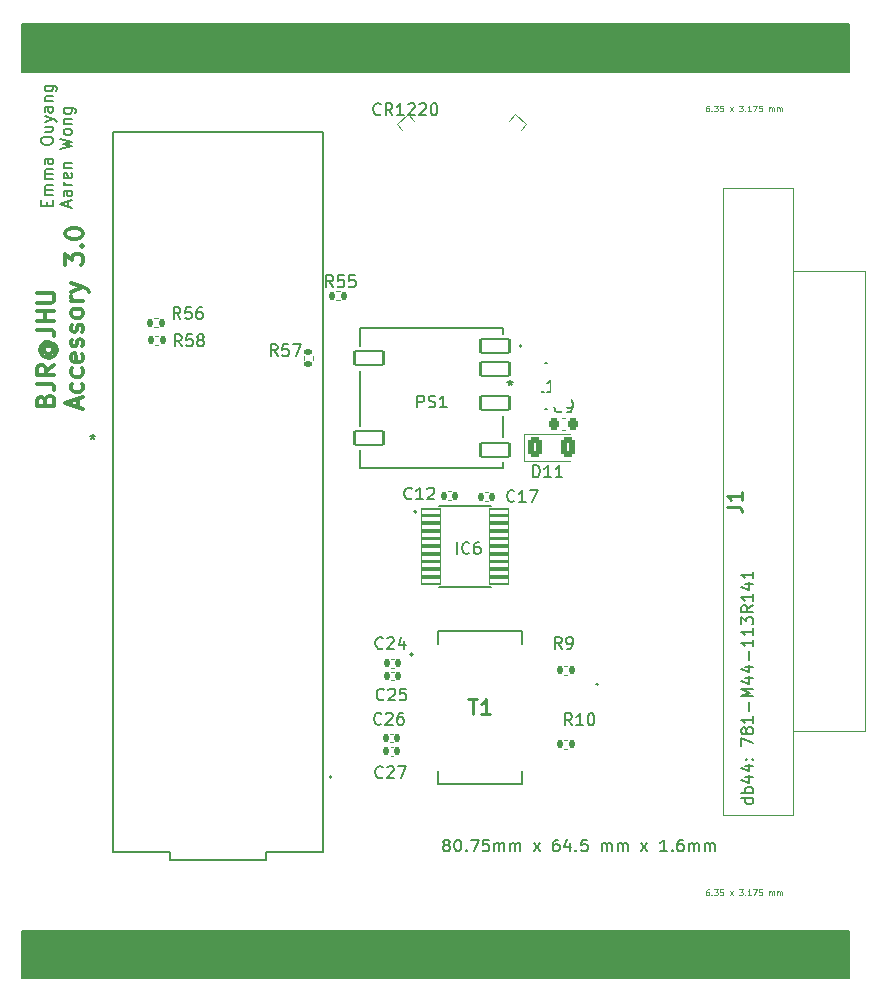
<source format=gto>
G04 #@! TF.GenerationSoftware,KiCad,Pcbnew,8.0.7*
G04 #@! TF.CreationDate,2025-02-07T02:11:16-05:00*
G04 #@! TF.ProjectId,accessory_v3,61636365-7373-46f7-9279-5f76332e6b69,rev?*
G04 #@! TF.SameCoordinates,Original*
G04 #@! TF.FileFunction,Legend,Top*
G04 #@! TF.FilePolarity,Positive*
%FSLAX46Y46*%
G04 Gerber Fmt 4.6, Leading zero omitted, Abs format (unit mm)*
G04 Created by KiCad (PCBNEW 8.0.7) date 2025-02-07 02:11:16*
%MOMM*%
%LPD*%
G01*
G04 APERTURE LIST*
G04 Aperture macros list*
%AMRoundRect*
0 Rectangle with rounded corners*
0 $1 Rounding radius*
0 $2 $3 $4 $5 $6 $7 $8 $9 X,Y pos of 4 corners*
0 Add a 4 corners polygon primitive as box body*
4,1,4,$2,$3,$4,$5,$6,$7,$8,$9,$2,$3,0*
0 Add four circle primitives for the rounded corners*
1,1,$1+$1,$2,$3*
1,1,$1+$1,$4,$5*
1,1,$1+$1,$6,$7*
1,1,$1+$1,$8,$9*
0 Add four rect primitives between the rounded corners*
20,1,$1+$1,$2,$3,$4,$5,0*
20,1,$1+$1,$4,$5,$6,$7,0*
20,1,$1+$1,$6,$7,$8,$9,0*
20,1,$1+$1,$8,$9,$2,$3,0*%
G04 Aperture macros list end*
%ADD10C,0.150000*%
%ADD11C,0.125000*%
%ADD12C,0.300000*%
%ADD13C,0.254000*%
%ADD14C,0.120000*%
%ADD15C,0.200000*%
%ADD16C,0.100000*%
%ADD17C,0.127000*%
%ADD18C,0.152400*%
%ADD19RoundRect,0.140000X0.140000X0.170000X-0.140000X0.170000X-0.140000X-0.170000X0.140000X-0.170000X0*%
%ADD20C,1.638000*%
%ADD21C,4.801000*%
%ADD22RoundRect,0.076750X-0.810250X-0.230250X0.810250X-0.230250X0.810250X0.230250X-0.810250X0.230250X0*%
%ADD23R,5.200000X1.250000*%
%ADD24RoundRect,0.135000X-0.135000X-0.185000X0.135000X-0.185000X0.135000X0.185000X-0.135000X0.185000X0*%
%ADD25RoundRect,0.102000X-1.220000X-0.600000X1.220000X-0.600000X1.220000X0.600000X-1.220000X0.600000X0*%
%ADD26RoundRect,0.225000X-0.225000X-0.250000X0.225000X-0.250000X0.225000X0.250000X-0.225000X0.250000X0*%
%ADD27R,3.960000X3.960000*%
%ADD28R,2.540000X3.170000*%
%ADD29RoundRect,0.140000X-0.140000X-0.170000X0.140000X-0.170000X0.140000X0.170000X-0.140000X0.170000X0*%
%ADD30R,1.910000X0.640000*%
%ADD31C,2.004000*%
%ADD32C,1.204000*%
%ADD33C,1.554000*%
%ADD34RoundRect,0.250000X-0.375000X-0.625000X0.375000X-0.625000X0.375000X0.625000X-0.375000X0.625000X0*%
%ADD35R,1.701800X3.606800*%
%ADD36RoundRect,0.135000X-0.185000X0.135000X-0.185000X-0.135000X0.185000X-0.135000X0.185000X0.135000X0*%
G04 APERTURE END LIST*
D10*
X0Y0D02*
X70000000Y0D01*
X70000000Y-4000000D01*
X0Y-4000000D01*
X0Y0D01*
G36*
X0Y0D02*
G01*
X70000000Y0D01*
X70000000Y-4000000D01*
X0Y-4000000D01*
X0Y0D01*
G37*
X0Y-76750000D02*
X70000000Y-76750000D01*
X70000000Y-80750000D01*
X0Y-80750000D01*
X0Y-76750000D01*
G36*
X0Y-76750000D02*
G01*
X70000000Y-76750000D01*
X70000000Y-80750000D01*
X0Y-80750000D01*
X0Y-76750000D01*
G37*
X61899819Y-65514649D02*
X60899819Y-65514649D01*
X61852200Y-65514649D02*
X61899819Y-65609887D01*
X61899819Y-65609887D02*
X61899819Y-65800363D01*
X61899819Y-65800363D02*
X61852200Y-65895601D01*
X61852200Y-65895601D02*
X61804580Y-65943220D01*
X61804580Y-65943220D02*
X61709342Y-65990839D01*
X61709342Y-65990839D02*
X61423628Y-65990839D01*
X61423628Y-65990839D02*
X61328390Y-65943220D01*
X61328390Y-65943220D02*
X61280771Y-65895601D01*
X61280771Y-65895601D02*
X61233152Y-65800363D01*
X61233152Y-65800363D02*
X61233152Y-65609887D01*
X61233152Y-65609887D02*
X61280771Y-65514649D01*
X61899819Y-65038458D02*
X60899819Y-65038458D01*
X61280771Y-65038458D02*
X61233152Y-64943220D01*
X61233152Y-64943220D02*
X61233152Y-64752744D01*
X61233152Y-64752744D02*
X61280771Y-64657506D01*
X61280771Y-64657506D02*
X61328390Y-64609887D01*
X61328390Y-64609887D02*
X61423628Y-64562268D01*
X61423628Y-64562268D02*
X61709342Y-64562268D01*
X61709342Y-64562268D02*
X61804580Y-64609887D01*
X61804580Y-64609887D02*
X61852200Y-64657506D01*
X61852200Y-64657506D02*
X61899819Y-64752744D01*
X61899819Y-64752744D02*
X61899819Y-64943220D01*
X61899819Y-64943220D02*
X61852200Y-65038458D01*
X61233152Y-63705125D02*
X61899819Y-63705125D01*
X60852200Y-63943220D02*
X61566485Y-64181315D01*
X61566485Y-64181315D02*
X61566485Y-63562268D01*
X61233152Y-62752744D02*
X61899819Y-62752744D01*
X60852200Y-62990839D02*
X61566485Y-63228934D01*
X61566485Y-63228934D02*
X61566485Y-62609887D01*
X61804580Y-62228934D02*
X61852200Y-62181315D01*
X61852200Y-62181315D02*
X61899819Y-62228934D01*
X61899819Y-62228934D02*
X61852200Y-62276553D01*
X61852200Y-62276553D02*
X61804580Y-62228934D01*
X61804580Y-62228934D02*
X61899819Y-62228934D01*
X61280771Y-62228934D02*
X61328390Y-62181315D01*
X61328390Y-62181315D02*
X61376009Y-62228934D01*
X61376009Y-62228934D02*
X61328390Y-62276553D01*
X61328390Y-62276553D02*
X61280771Y-62228934D01*
X61280771Y-62228934D02*
X61376009Y-62228934D01*
X60899819Y-61086077D02*
X60899819Y-60419411D01*
X60899819Y-60419411D02*
X61899819Y-60847982D01*
X61328390Y-59895601D02*
X61280771Y-59990839D01*
X61280771Y-59990839D02*
X61233152Y-60038458D01*
X61233152Y-60038458D02*
X61137914Y-60086077D01*
X61137914Y-60086077D02*
X61090295Y-60086077D01*
X61090295Y-60086077D02*
X60995057Y-60038458D01*
X60995057Y-60038458D02*
X60947438Y-59990839D01*
X60947438Y-59990839D02*
X60899819Y-59895601D01*
X60899819Y-59895601D02*
X60899819Y-59705125D01*
X60899819Y-59705125D02*
X60947438Y-59609887D01*
X60947438Y-59609887D02*
X60995057Y-59562268D01*
X60995057Y-59562268D02*
X61090295Y-59514649D01*
X61090295Y-59514649D02*
X61137914Y-59514649D01*
X61137914Y-59514649D02*
X61233152Y-59562268D01*
X61233152Y-59562268D02*
X61280771Y-59609887D01*
X61280771Y-59609887D02*
X61328390Y-59705125D01*
X61328390Y-59705125D02*
X61328390Y-59895601D01*
X61328390Y-59895601D02*
X61376009Y-59990839D01*
X61376009Y-59990839D02*
X61423628Y-60038458D01*
X61423628Y-60038458D02*
X61518866Y-60086077D01*
X61518866Y-60086077D02*
X61709342Y-60086077D01*
X61709342Y-60086077D02*
X61804580Y-60038458D01*
X61804580Y-60038458D02*
X61852200Y-59990839D01*
X61852200Y-59990839D02*
X61899819Y-59895601D01*
X61899819Y-59895601D02*
X61899819Y-59705125D01*
X61899819Y-59705125D02*
X61852200Y-59609887D01*
X61852200Y-59609887D02*
X61804580Y-59562268D01*
X61804580Y-59562268D02*
X61709342Y-59514649D01*
X61709342Y-59514649D02*
X61518866Y-59514649D01*
X61518866Y-59514649D02*
X61423628Y-59562268D01*
X61423628Y-59562268D02*
X61376009Y-59609887D01*
X61376009Y-59609887D02*
X61328390Y-59705125D01*
X61899819Y-58562268D02*
X61899819Y-59133696D01*
X61899819Y-58847982D02*
X60899819Y-58847982D01*
X60899819Y-58847982D02*
X61042676Y-58943220D01*
X61042676Y-58943220D02*
X61137914Y-59038458D01*
X61137914Y-59038458D02*
X61185533Y-59133696D01*
X61518866Y-58133696D02*
X61518866Y-57371792D01*
X61899819Y-56895601D02*
X60899819Y-56895601D01*
X60899819Y-56895601D02*
X61614104Y-56562268D01*
X61614104Y-56562268D02*
X60899819Y-56228935D01*
X60899819Y-56228935D02*
X61899819Y-56228935D01*
X61233152Y-55324173D02*
X61899819Y-55324173D01*
X60852200Y-55562268D02*
X61566485Y-55800363D01*
X61566485Y-55800363D02*
X61566485Y-55181316D01*
X61233152Y-54371792D02*
X61899819Y-54371792D01*
X60852200Y-54609887D02*
X61566485Y-54847982D01*
X61566485Y-54847982D02*
X61566485Y-54228935D01*
X61518866Y-53847982D02*
X61518866Y-53086078D01*
X61899819Y-52086078D02*
X61899819Y-52657506D01*
X61899819Y-52371792D02*
X60899819Y-52371792D01*
X60899819Y-52371792D02*
X61042676Y-52467030D01*
X61042676Y-52467030D02*
X61137914Y-52562268D01*
X61137914Y-52562268D02*
X61185533Y-52657506D01*
X61899819Y-51133697D02*
X61899819Y-51705125D01*
X61899819Y-51419411D02*
X60899819Y-51419411D01*
X60899819Y-51419411D02*
X61042676Y-51514649D01*
X61042676Y-51514649D02*
X61137914Y-51609887D01*
X61137914Y-51609887D02*
X61185533Y-51705125D01*
X60899819Y-50800363D02*
X60899819Y-50181316D01*
X60899819Y-50181316D02*
X61280771Y-50514649D01*
X61280771Y-50514649D02*
X61280771Y-50371792D01*
X61280771Y-50371792D02*
X61328390Y-50276554D01*
X61328390Y-50276554D02*
X61376009Y-50228935D01*
X61376009Y-50228935D02*
X61471247Y-50181316D01*
X61471247Y-50181316D02*
X61709342Y-50181316D01*
X61709342Y-50181316D02*
X61804580Y-50228935D01*
X61804580Y-50228935D02*
X61852200Y-50276554D01*
X61852200Y-50276554D02*
X61899819Y-50371792D01*
X61899819Y-50371792D02*
X61899819Y-50657506D01*
X61899819Y-50657506D02*
X61852200Y-50752744D01*
X61852200Y-50752744D02*
X61804580Y-50800363D01*
X61899819Y-49181316D02*
X61423628Y-49514649D01*
X61899819Y-49752744D02*
X60899819Y-49752744D01*
X60899819Y-49752744D02*
X60899819Y-49371792D01*
X60899819Y-49371792D02*
X60947438Y-49276554D01*
X60947438Y-49276554D02*
X60995057Y-49228935D01*
X60995057Y-49228935D02*
X61090295Y-49181316D01*
X61090295Y-49181316D02*
X61233152Y-49181316D01*
X61233152Y-49181316D02*
X61328390Y-49228935D01*
X61328390Y-49228935D02*
X61376009Y-49276554D01*
X61376009Y-49276554D02*
X61423628Y-49371792D01*
X61423628Y-49371792D02*
X61423628Y-49752744D01*
X61899819Y-48228935D02*
X61899819Y-48800363D01*
X61899819Y-48514649D02*
X60899819Y-48514649D01*
X60899819Y-48514649D02*
X61042676Y-48609887D01*
X61042676Y-48609887D02*
X61137914Y-48705125D01*
X61137914Y-48705125D02*
X61185533Y-48800363D01*
X61233152Y-47371792D02*
X61899819Y-47371792D01*
X60852200Y-47609887D02*
X61566485Y-47847982D01*
X61566485Y-47847982D02*
X61566485Y-47228935D01*
X61899819Y-46324173D02*
X61899819Y-46895601D01*
X61899819Y-46609887D02*
X60899819Y-46609887D01*
X60899819Y-46609887D02*
X61042676Y-46705125D01*
X61042676Y-46705125D02*
X61137914Y-46800363D01*
X61137914Y-46800363D02*
X61185533Y-46895601D01*
D11*
X58125569Y-6862309D02*
X58030331Y-6862309D01*
X58030331Y-6862309D02*
X57982712Y-6886119D01*
X57982712Y-6886119D02*
X57958902Y-6909928D01*
X57958902Y-6909928D02*
X57911283Y-6981357D01*
X57911283Y-6981357D02*
X57887474Y-7076595D01*
X57887474Y-7076595D02*
X57887474Y-7267071D01*
X57887474Y-7267071D02*
X57911283Y-7314690D01*
X57911283Y-7314690D02*
X57935093Y-7338500D01*
X57935093Y-7338500D02*
X57982712Y-7362309D01*
X57982712Y-7362309D02*
X58077950Y-7362309D01*
X58077950Y-7362309D02*
X58125569Y-7338500D01*
X58125569Y-7338500D02*
X58149378Y-7314690D01*
X58149378Y-7314690D02*
X58173188Y-7267071D01*
X58173188Y-7267071D02*
X58173188Y-7148023D01*
X58173188Y-7148023D02*
X58149378Y-7100404D01*
X58149378Y-7100404D02*
X58125569Y-7076595D01*
X58125569Y-7076595D02*
X58077950Y-7052785D01*
X58077950Y-7052785D02*
X57982712Y-7052785D01*
X57982712Y-7052785D02*
X57935093Y-7076595D01*
X57935093Y-7076595D02*
X57911283Y-7100404D01*
X57911283Y-7100404D02*
X57887474Y-7148023D01*
X58387473Y-7314690D02*
X58411283Y-7338500D01*
X58411283Y-7338500D02*
X58387473Y-7362309D01*
X58387473Y-7362309D02*
X58363664Y-7338500D01*
X58363664Y-7338500D02*
X58387473Y-7314690D01*
X58387473Y-7314690D02*
X58387473Y-7362309D01*
X58577949Y-6862309D02*
X58887473Y-6862309D01*
X58887473Y-6862309D02*
X58720806Y-7052785D01*
X58720806Y-7052785D02*
X58792235Y-7052785D01*
X58792235Y-7052785D02*
X58839854Y-7076595D01*
X58839854Y-7076595D02*
X58863663Y-7100404D01*
X58863663Y-7100404D02*
X58887473Y-7148023D01*
X58887473Y-7148023D02*
X58887473Y-7267071D01*
X58887473Y-7267071D02*
X58863663Y-7314690D01*
X58863663Y-7314690D02*
X58839854Y-7338500D01*
X58839854Y-7338500D02*
X58792235Y-7362309D01*
X58792235Y-7362309D02*
X58649378Y-7362309D01*
X58649378Y-7362309D02*
X58601759Y-7338500D01*
X58601759Y-7338500D02*
X58577949Y-7314690D01*
X59339853Y-6862309D02*
X59101758Y-6862309D01*
X59101758Y-6862309D02*
X59077949Y-7100404D01*
X59077949Y-7100404D02*
X59101758Y-7076595D01*
X59101758Y-7076595D02*
X59149377Y-7052785D01*
X59149377Y-7052785D02*
X59268425Y-7052785D01*
X59268425Y-7052785D02*
X59316044Y-7076595D01*
X59316044Y-7076595D02*
X59339853Y-7100404D01*
X59339853Y-7100404D02*
X59363663Y-7148023D01*
X59363663Y-7148023D02*
X59363663Y-7267071D01*
X59363663Y-7267071D02*
X59339853Y-7314690D01*
X59339853Y-7314690D02*
X59316044Y-7338500D01*
X59316044Y-7338500D02*
X59268425Y-7362309D01*
X59268425Y-7362309D02*
X59149377Y-7362309D01*
X59149377Y-7362309D02*
X59101758Y-7338500D01*
X59101758Y-7338500D02*
X59077949Y-7314690D01*
X59911281Y-7362309D02*
X60173186Y-7028976D01*
X59911281Y-7028976D02*
X60173186Y-7362309D01*
X60696995Y-6862309D02*
X61006519Y-6862309D01*
X61006519Y-6862309D02*
X60839852Y-7052785D01*
X60839852Y-7052785D02*
X60911281Y-7052785D01*
X60911281Y-7052785D02*
X60958900Y-7076595D01*
X60958900Y-7076595D02*
X60982709Y-7100404D01*
X60982709Y-7100404D02*
X61006519Y-7148023D01*
X61006519Y-7148023D02*
X61006519Y-7267071D01*
X61006519Y-7267071D02*
X60982709Y-7314690D01*
X60982709Y-7314690D02*
X60958900Y-7338500D01*
X60958900Y-7338500D02*
X60911281Y-7362309D01*
X60911281Y-7362309D02*
X60768424Y-7362309D01*
X60768424Y-7362309D02*
X60720805Y-7338500D01*
X60720805Y-7338500D02*
X60696995Y-7314690D01*
X61220804Y-7314690D02*
X61244614Y-7338500D01*
X61244614Y-7338500D02*
X61220804Y-7362309D01*
X61220804Y-7362309D02*
X61196995Y-7338500D01*
X61196995Y-7338500D02*
X61220804Y-7314690D01*
X61220804Y-7314690D02*
X61220804Y-7362309D01*
X61720804Y-7362309D02*
X61435090Y-7362309D01*
X61577947Y-7362309D02*
X61577947Y-6862309D01*
X61577947Y-6862309D02*
X61530328Y-6933738D01*
X61530328Y-6933738D02*
X61482709Y-6981357D01*
X61482709Y-6981357D02*
X61435090Y-7005166D01*
X61887470Y-6862309D02*
X62220803Y-6862309D01*
X62220803Y-6862309D02*
X62006518Y-7362309D01*
X62649374Y-6862309D02*
X62411279Y-6862309D01*
X62411279Y-6862309D02*
X62387470Y-7100404D01*
X62387470Y-7100404D02*
X62411279Y-7076595D01*
X62411279Y-7076595D02*
X62458898Y-7052785D01*
X62458898Y-7052785D02*
X62577946Y-7052785D01*
X62577946Y-7052785D02*
X62625565Y-7076595D01*
X62625565Y-7076595D02*
X62649374Y-7100404D01*
X62649374Y-7100404D02*
X62673184Y-7148023D01*
X62673184Y-7148023D02*
X62673184Y-7267071D01*
X62673184Y-7267071D02*
X62649374Y-7314690D01*
X62649374Y-7314690D02*
X62625565Y-7338500D01*
X62625565Y-7338500D02*
X62577946Y-7362309D01*
X62577946Y-7362309D02*
X62458898Y-7362309D01*
X62458898Y-7362309D02*
X62411279Y-7338500D01*
X62411279Y-7338500D02*
X62387470Y-7314690D01*
X63268421Y-7362309D02*
X63268421Y-7028976D01*
X63268421Y-7076595D02*
X63292231Y-7052785D01*
X63292231Y-7052785D02*
X63339850Y-7028976D01*
X63339850Y-7028976D02*
X63411278Y-7028976D01*
X63411278Y-7028976D02*
X63458897Y-7052785D01*
X63458897Y-7052785D02*
X63482707Y-7100404D01*
X63482707Y-7100404D02*
X63482707Y-7362309D01*
X63482707Y-7100404D02*
X63506516Y-7052785D01*
X63506516Y-7052785D02*
X63554135Y-7028976D01*
X63554135Y-7028976D02*
X63625564Y-7028976D01*
X63625564Y-7028976D02*
X63673183Y-7052785D01*
X63673183Y-7052785D02*
X63696993Y-7100404D01*
X63696993Y-7100404D02*
X63696993Y-7362309D01*
X63935088Y-7362309D02*
X63935088Y-7028976D01*
X63935088Y-7076595D02*
X63958898Y-7052785D01*
X63958898Y-7052785D02*
X64006517Y-7028976D01*
X64006517Y-7028976D02*
X64077945Y-7028976D01*
X64077945Y-7028976D02*
X64125564Y-7052785D01*
X64125564Y-7052785D02*
X64149374Y-7100404D01*
X64149374Y-7100404D02*
X64149374Y-7362309D01*
X64149374Y-7100404D02*
X64173183Y-7052785D01*
X64173183Y-7052785D02*
X64220802Y-7028976D01*
X64220802Y-7028976D02*
X64292231Y-7028976D01*
X64292231Y-7028976D02*
X64339850Y-7052785D01*
X64339850Y-7052785D02*
X64363660Y-7100404D01*
X64363660Y-7100404D02*
X64363660Y-7362309D01*
D10*
X35849636Y-69438390D02*
X35754398Y-69390771D01*
X35754398Y-69390771D02*
X35706779Y-69343152D01*
X35706779Y-69343152D02*
X35659160Y-69247914D01*
X35659160Y-69247914D02*
X35659160Y-69200295D01*
X35659160Y-69200295D02*
X35706779Y-69105057D01*
X35706779Y-69105057D02*
X35754398Y-69057438D01*
X35754398Y-69057438D02*
X35849636Y-69009819D01*
X35849636Y-69009819D02*
X36040112Y-69009819D01*
X36040112Y-69009819D02*
X36135350Y-69057438D01*
X36135350Y-69057438D02*
X36182969Y-69105057D01*
X36182969Y-69105057D02*
X36230588Y-69200295D01*
X36230588Y-69200295D02*
X36230588Y-69247914D01*
X36230588Y-69247914D02*
X36182969Y-69343152D01*
X36182969Y-69343152D02*
X36135350Y-69390771D01*
X36135350Y-69390771D02*
X36040112Y-69438390D01*
X36040112Y-69438390D02*
X35849636Y-69438390D01*
X35849636Y-69438390D02*
X35754398Y-69486009D01*
X35754398Y-69486009D02*
X35706779Y-69533628D01*
X35706779Y-69533628D02*
X35659160Y-69628866D01*
X35659160Y-69628866D02*
X35659160Y-69819342D01*
X35659160Y-69819342D02*
X35706779Y-69914580D01*
X35706779Y-69914580D02*
X35754398Y-69962200D01*
X35754398Y-69962200D02*
X35849636Y-70009819D01*
X35849636Y-70009819D02*
X36040112Y-70009819D01*
X36040112Y-70009819D02*
X36135350Y-69962200D01*
X36135350Y-69962200D02*
X36182969Y-69914580D01*
X36182969Y-69914580D02*
X36230588Y-69819342D01*
X36230588Y-69819342D02*
X36230588Y-69628866D01*
X36230588Y-69628866D02*
X36182969Y-69533628D01*
X36182969Y-69533628D02*
X36135350Y-69486009D01*
X36135350Y-69486009D02*
X36040112Y-69438390D01*
X36849636Y-69009819D02*
X36944874Y-69009819D01*
X36944874Y-69009819D02*
X37040112Y-69057438D01*
X37040112Y-69057438D02*
X37087731Y-69105057D01*
X37087731Y-69105057D02*
X37135350Y-69200295D01*
X37135350Y-69200295D02*
X37182969Y-69390771D01*
X37182969Y-69390771D02*
X37182969Y-69628866D01*
X37182969Y-69628866D02*
X37135350Y-69819342D01*
X37135350Y-69819342D02*
X37087731Y-69914580D01*
X37087731Y-69914580D02*
X37040112Y-69962200D01*
X37040112Y-69962200D02*
X36944874Y-70009819D01*
X36944874Y-70009819D02*
X36849636Y-70009819D01*
X36849636Y-70009819D02*
X36754398Y-69962200D01*
X36754398Y-69962200D02*
X36706779Y-69914580D01*
X36706779Y-69914580D02*
X36659160Y-69819342D01*
X36659160Y-69819342D02*
X36611541Y-69628866D01*
X36611541Y-69628866D02*
X36611541Y-69390771D01*
X36611541Y-69390771D02*
X36659160Y-69200295D01*
X36659160Y-69200295D02*
X36706779Y-69105057D01*
X36706779Y-69105057D02*
X36754398Y-69057438D01*
X36754398Y-69057438D02*
X36849636Y-69009819D01*
X37611541Y-69914580D02*
X37659160Y-69962200D01*
X37659160Y-69962200D02*
X37611541Y-70009819D01*
X37611541Y-70009819D02*
X37563922Y-69962200D01*
X37563922Y-69962200D02*
X37611541Y-69914580D01*
X37611541Y-69914580D02*
X37611541Y-70009819D01*
X37992493Y-69009819D02*
X38659159Y-69009819D01*
X38659159Y-69009819D02*
X38230588Y-70009819D01*
X39516302Y-69009819D02*
X39040112Y-69009819D01*
X39040112Y-69009819D02*
X38992493Y-69486009D01*
X38992493Y-69486009D02*
X39040112Y-69438390D01*
X39040112Y-69438390D02*
X39135350Y-69390771D01*
X39135350Y-69390771D02*
X39373445Y-69390771D01*
X39373445Y-69390771D02*
X39468683Y-69438390D01*
X39468683Y-69438390D02*
X39516302Y-69486009D01*
X39516302Y-69486009D02*
X39563921Y-69581247D01*
X39563921Y-69581247D02*
X39563921Y-69819342D01*
X39563921Y-69819342D02*
X39516302Y-69914580D01*
X39516302Y-69914580D02*
X39468683Y-69962200D01*
X39468683Y-69962200D02*
X39373445Y-70009819D01*
X39373445Y-70009819D02*
X39135350Y-70009819D01*
X39135350Y-70009819D02*
X39040112Y-69962200D01*
X39040112Y-69962200D02*
X38992493Y-69914580D01*
X39992493Y-70009819D02*
X39992493Y-69343152D01*
X39992493Y-69438390D02*
X40040112Y-69390771D01*
X40040112Y-69390771D02*
X40135350Y-69343152D01*
X40135350Y-69343152D02*
X40278207Y-69343152D01*
X40278207Y-69343152D02*
X40373445Y-69390771D01*
X40373445Y-69390771D02*
X40421064Y-69486009D01*
X40421064Y-69486009D02*
X40421064Y-70009819D01*
X40421064Y-69486009D02*
X40468683Y-69390771D01*
X40468683Y-69390771D02*
X40563921Y-69343152D01*
X40563921Y-69343152D02*
X40706778Y-69343152D01*
X40706778Y-69343152D02*
X40802017Y-69390771D01*
X40802017Y-69390771D02*
X40849636Y-69486009D01*
X40849636Y-69486009D02*
X40849636Y-70009819D01*
X41325826Y-70009819D02*
X41325826Y-69343152D01*
X41325826Y-69438390D02*
X41373445Y-69390771D01*
X41373445Y-69390771D02*
X41468683Y-69343152D01*
X41468683Y-69343152D02*
X41611540Y-69343152D01*
X41611540Y-69343152D02*
X41706778Y-69390771D01*
X41706778Y-69390771D02*
X41754397Y-69486009D01*
X41754397Y-69486009D02*
X41754397Y-70009819D01*
X41754397Y-69486009D02*
X41802016Y-69390771D01*
X41802016Y-69390771D02*
X41897254Y-69343152D01*
X41897254Y-69343152D02*
X42040111Y-69343152D01*
X42040111Y-69343152D02*
X42135350Y-69390771D01*
X42135350Y-69390771D02*
X42182969Y-69486009D01*
X42182969Y-69486009D02*
X42182969Y-70009819D01*
X43325826Y-70009819D02*
X43849635Y-69343152D01*
X43325826Y-69343152D02*
X43849635Y-70009819D01*
X45421064Y-69009819D02*
X45230588Y-69009819D01*
X45230588Y-69009819D02*
X45135350Y-69057438D01*
X45135350Y-69057438D02*
X45087731Y-69105057D01*
X45087731Y-69105057D02*
X44992493Y-69247914D01*
X44992493Y-69247914D02*
X44944874Y-69438390D01*
X44944874Y-69438390D02*
X44944874Y-69819342D01*
X44944874Y-69819342D02*
X44992493Y-69914580D01*
X44992493Y-69914580D02*
X45040112Y-69962200D01*
X45040112Y-69962200D02*
X45135350Y-70009819D01*
X45135350Y-70009819D02*
X45325826Y-70009819D01*
X45325826Y-70009819D02*
X45421064Y-69962200D01*
X45421064Y-69962200D02*
X45468683Y-69914580D01*
X45468683Y-69914580D02*
X45516302Y-69819342D01*
X45516302Y-69819342D02*
X45516302Y-69581247D01*
X45516302Y-69581247D02*
X45468683Y-69486009D01*
X45468683Y-69486009D02*
X45421064Y-69438390D01*
X45421064Y-69438390D02*
X45325826Y-69390771D01*
X45325826Y-69390771D02*
X45135350Y-69390771D01*
X45135350Y-69390771D02*
X45040112Y-69438390D01*
X45040112Y-69438390D02*
X44992493Y-69486009D01*
X44992493Y-69486009D02*
X44944874Y-69581247D01*
X46373445Y-69343152D02*
X46373445Y-70009819D01*
X46135350Y-68962200D02*
X45897255Y-69676485D01*
X45897255Y-69676485D02*
X46516302Y-69676485D01*
X46897255Y-69914580D02*
X46944874Y-69962200D01*
X46944874Y-69962200D02*
X46897255Y-70009819D01*
X46897255Y-70009819D02*
X46849636Y-69962200D01*
X46849636Y-69962200D02*
X46897255Y-69914580D01*
X46897255Y-69914580D02*
X46897255Y-70009819D01*
X47849635Y-69009819D02*
X47373445Y-69009819D01*
X47373445Y-69009819D02*
X47325826Y-69486009D01*
X47325826Y-69486009D02*
X47373445Y-69438390D01*
X47373445Y-69438390D02*
X47468683Y-69390771D01*
X47468683Y-69390771D02*
X47706778Y-69390771D01*
X47706778Y-69390771D02*
X47802016Y-69438390D01*
X47802016Y-69438390D02*
X47849635Y-69486009D01*
X47849635Y-69486009D02*
X47897254Y-69581247D01*
X47897254Y-69581247D02*
X47897254Y-69819342D01*
X47897254Y-69819342D02*
X47849635Y-69914580D01*
X47849635Y-69914580D02*
X47802016Y-69962200D01*
X47802016Y-69962200D02*
X47706778Y-70009819D01*
X47706778Y-70009819D02*
X47468683Y-70009819D01*
X47468683Y-70009819D02*
X47373445Y-69962200D01*
X47373445Y-69962200D02*
X47325826Y-69914580D01*
X49087731Y-70009819D02*
X49087731Y-69343152D01*
X49087731Y-69438390D02*
X49135350Y-69390771D01*
X49135350Y-69390771D02*
X49230588Y-69343152D01*
X49230588Y-69343152D02*
X49373445Y-69343152D01*
X49373445Y-69343152D02*
X49468683Y-69390771D01*
X49468683Y-69390771D02*
X49516302Y-69486009D01*
X49516302Y-69486009D02*
X49516302Y-70009819D01*
X49516302Y-69486009D02*
X49563921Y-69390771D01*
X49563921Y-69390771D02*
X49659159Y-69343152D01*
X49659159Y-69343152D02*
X49802016Y-69343152D01*
X49802016Y-69343152D02*
X49897255Y-69390771D01*
X49897255Y-69390771D02*
X49944874Y-69486009D01*
X49944874Y-69486009D02*
X49944874Y-70009819D01*
X50421064Y-70009819D02*
X50421064Y-69343152D01*
X50421064Y-69438390D02*
X50468683Y-69390771D01*
X50468683Y-69390771D02*
X50563921Y-69343152D01*
X50563921Y-69343152D02*
X50706778Y-69343152D01*
X50706778Y-69343152D02*
X50802016Y-69390771D01*
X50802016Y-69390771D02*
X50849635Y-69486009D01*
X50849635Y-69486009D02*
X50849635Y-70009819D01*
X50849635Y-69486009D02*
X50897254Y-69390771D01*
X50897254Y-69390771D02*
X50992492Y-69343152D01*
X50992492Y-69343152D02*
X51135349Y-69343152D01*
X51135349Y-69343152D02*
X51230588Y-69390771D01*
X51230588Y-69390771D02*
X51278207Y-69486009D01*
X51278207Y-69486009D02*
X51278207Y-70009819D01*
X52421064Y-70009819D02*
X52944873Y-69343152D01*
X52421064Y-69343152D02*
X52944873Y-70009819D01*
X54611540Y-70009819D02*
X54040112Y-70009819D01*
X54325826Y-70009819D02*
X54325826Y-69009819D01*
X54325826Y-69009819D02*
X54230588Y-69152676D01*
X54230588Y-69152676D02*
X54135350Y-69247914D01*
X54135350Y-69247914D02*
X54040112Y-69295533D01*
X55040112Y-69914580D02*
X55087731Y-69962200D01*
X55087731Y-69962200D02*
X55040112Y-70009819D01*
X55040112Y-70009819D02*
X54992493Y-69962200D01*
X54992493Y-69962200D02*
X55040112Y-69914580D01*
X55040112Y-69914580D02*
X55040112Y-70009819D01*
X55944873Y-69009819D02*
X55754397Y-69009819D01*
X55754397Y-69009819D02*
X55659159Y-69057438D01*
X55659159Y-69057438D02*
X55611540Y-69105057D01*
X55611540Y-69105057D02*
X55516302Y-69247914D01*
X55516302Y-69247914D02*
X55468683Y-69438390D01*
X55468683Y-69438390D02*
X55468683Y-69819342D01*
X55468683Y-69819342D02*
X55516302Y-69914580D01*
X55516302Y-69914580D02*
X55563921Y-69962200D01*
X55563921Y-69962200D02*
X55659159Y-70009819D01*
X55659159Y-70009819D02*
X55849635Y-70009819D01*
X55849635Y-70009819D02*
X55944873Y-69962200D01*
X55944873Y-69962200D02*
X55992492Y-69914580D01*
X55992492Y-69914580D02*
X56040111Y-69819342D01*
X56040111Y-69819342D02*
X56040111Y-69581247D01*
X56040111Y-69581247D02*
X55992492Y-69486009D01*
X55992492Y-69486009D02*
X55944873Y-69438390D01*
X55944873Y-69438390D02*
X55849635Y-69390771D01*
X55849635Y-69390771D02*
X55659159Y-69390771D01*
X55659159Y-69390771D02*
X55563921Y-69438390D01*
X55563921Y-69438390D02*
X55516302Y-69486009D01*
X55516302Y-69486009D02*
X55468683Y-69581247D01*
X56468683Y-70009819D02*
X56468683Y-69343152D01*
X56468683Y-69438390D02*
X56516302Y-69390771D01*
X56516302Y-69390771D02*
X56611540Y-69343152D01*
X56611540Y-69343152D02*
X56754397Y-69343152D01*
X56754397Y-69343152D02*
X56849635Y-69390771D01*
X56849635Y-69390771D02*
X56897254Y-69486009D01*
X56897254Y-69486009D02*
X56897254Y-70009819D01*
X56897254Y-69486009D02*
X56944873Y-69390771D01*
X56944873Y-69390771D02*
X57040111Y-69343152D01*
X57040111Y-69343152D02*
X57182968Y-69343152D01*
X57182968Y-69343152D02*
X57278207Y-69390771D01*
X57278207Y-69390771D02*
X57325826Y-69486009D01*
X57325826Y-69486009D02*
X57325826Y-70009819D01*
X57802016Y-70009819D02*
X57802016Y-69343152D01*
X57802016Y-69438390D02*
X57849635Y-69390771D01*
X57849635Y-69390771D02*
X57944873Y-69343152D01*
X57944873Y-69343152D02*
X58087730Y-69343152D01*
X58087730Y-69343152D02*
X58182968Y-69390771D01*
X58182968Y-69390771D02*
X58230587Y-69486009D01*
X58230587Y-69486009D02*
X58230587Y-70009819D01*
X58230587Y-69486009D02*
X58278206Y-69390771D01*
X58278206Y-69390771D02*
X58373444Y-69343152D01*
X58373444Y-69343152D02*
X58516301Y-69343152D01*
X58516301Y-69343152D02*
X58611540Y-69390771D01*
X58611540Y-69390771D02*
X58659159Y-69486009D01*
X58659159Y-69486009D02*
X58659159Y-70009819D01*
D12*
X1960198Y-31835489D02*
X2031626Y-31621203D01*
X2031626Y-31621203D02*
X2103055Y-31549774D01*
X2103055Y-31549774D02*
X2245912Y-31478346D01*
X2245912Y-31478346D02*
X2460198Y-31478346D01*
X2460198Y-31478346D02*
X2603055Y-31549774D01*
X2603055Y-31549774D02*
X2674484Y-31621203D01*
X2674484Y-31621203D02*
X2745912Y-31764060D01*
X2745912Y-31764060D02*
X2745912Y-32335489D01*
X2745912Y-32335489D02*
X1245912Y-32335489D01*
X1245912Y-32335489D02*
X1245912Y-31835489D01*
X1245912Y-31835489D02*
X1317341Y-31692632D01*
X1317341Y-31692632D02*
X1388769Y-31621203D01*
X1388769Y-31621203D02*
X1531626Y-31549774D01*
X1531626Y-31549774D02*
X1674484Y-31549774D01*
X1674484Y-31549774D02*
X1817341Y-31621203D01*
X1817341Y-31621203D02*
X1888769Y-31692632D01*
X1888769Y-31692632D02*
X1960198Y-31835489D01*
X1960198Y-31835489D02*
X1960198Y-32335489D01*
X1245912Y-30406917D02*
X2317341Y-30406917D01*
X2317341Y-30406917D02*
X2531626Y-30478346D01*
X2531626Y-30478346D02*
X2674484Y-30621203D01*
X2674484Y-30621203D02*
X2745912Y-30835489D01*
X2745912Y-30835489D02*
X2745912Y-30978346D01*
X2745912Y-28835489D02*
X2031626Y-29335489D01*
X2745912Y-29692632D02*
X1245912Y-29692632D01*
X1245912Y-29692632D02*
X1245912Y-29121203D01*
X1245912Y-29121203D02*
X1317341Y-28978346D01*
X1317341Y-28978346D02*
X1388769Y-28906917D01*
X1388769Y-28906917D02*
X1531626Y-28835489D01*
X1531626Y-28835489D02*
X1745912Y-28835489D01*
X1745912Y-28835489D02*
X1888769Y-28906917D01*
X1888769Y-28906917D02*
X1960198Y-28978346D01*
X1960198Y-28978346D02*
X2031626Y-29121203D01*
X2031626Y-29121203D02*
X2031626Y-29692632D01*
X2031626Y-27264060D02*
X1960198Y-27335489D01*
X1960198Y-27335489D02*
X1888769Y-27478346D01*
X1888769Y-27478346D02*
X1888769Y-27621203D01*
X1888769Y-27621203D02*
X1960198Y-27764060D01*
X1960198Y-27764060D02*
X2031626Y-27835489D01*
X2031626Y-27835489D02*
X2174484Y-27906917D01*
X2174484Y-27906917D02*
X2317341Y-27906917D01*
X2317341Y-27906917D02*
X2460198Y-27835489D01*
X2460198Y-27835489D02*
X2531626Y-27764060D01*
X2531626Y-27764060D02*
X2603055Y-27621203D01*
X2603055Y-27621203D02*
X2603055Y-27478346D01*
X2603055Y-27478346D02*
X2531626Y-27335489D01*
X2531626Y-27335489D02*
X2460198Y-27264060D01*
X1888769Y-27264060D02*
X2460198Y-27264060D01*
X2460198Y-27264060D02*
X2531626Y-27192632D01*
X2531626Y-27192632D02*
X2531626Y-27121203D01*
X2531626Y-27121203D02*
X2460198Y-26978346D01*
X2460198Y-26978346D02*
X2317341Y-26906917D01*
X2317341Y-26906917D02*
X1960198Y-26906917D01*
X1960198Y-26906917D02*
X1745912Y-27049775D01*
X1745912Y-27049775D02*
X1603055Y-27264060D01*
X1603055Y-27264060D02*
X1531626Y-27549775D01*
X1531626Y-27549775D02*
X1603055Y-27835489D01*
X1603055Y-27835489D02*
X1745912Y-28049775D01*
X1745912Y-28049775D02*
X1960198Y-28192632D01*
X1960198Y-28192632D02*
X2245912Y-28264060D01*
X2245912Y-28264060D02*
X2531626Y-28192632D01*
X2531626Y-28192632D02*
X2745912Y-28049775D01*
X2745912Y-28049775D02*
X2888769Y-27835489D01*
X2888769Y-27835489D02*
X2960198Y-27549775D01*
X2960198Y-27549775D02*
X2888769Y-27264060D01*
X2888769Y-27264060D02*
X2745912Y-27049775D01*
X1245912Y-25835489D02*
X2317341Y-25835489D01*
X2317341Y-25835489D02*
X2531626Y-25906918D01*
X2531626Y-25906918D02*
X2674484Y-26049775D01*
X2674484Y-26049775D02*
X2745912Y-26264061D01*
X2745912Y-26264061D02*
X2745912Y-26406918D01*
X2745912Y-25121204D02*
X1245912Y-25121204D01*
X1960198Y-25121204D02*
X1960198Y-24264061D01*
X2745912Y-24264061D02*
X1245912Y-24264061D01*
X1245912Y-23549775D02*
X2460198Y-23549775D01*
X2460198Y-23549775D02*
X2603055Y-23478346D01*
X2603055Y-23478346D02*
X2674484Y-23406918D01*
X2674484Y-23406918D02*
X2745912Y-23264060D01*
X2745912Y-23264060D02*
X2745912Y-22978346D01*
X2745912Y-22978346D02*
X2674484Y-22835489D01*
X2674484Y-22835489D02*
X2603055Y-22764060D01*
X2603055Y-22764060D02*
X2460198Y-22692632D01*
X2460198Y-22692632D02*
X1245912Y-22692632D01*
X4732257Y-32406917D02*
X4732257Y-31692632D01*
X5160828Y-32549774D02*
X3660828Y-32049774D01*
X3660828Y-32049774D02*
X5160828Y-31549774D01*
X5089400Y-30406918D02*
X5160828Y-30549775D01*
X5160828Y-30549775D02*
X5160828Y-30835489D01*
X5160828Y-30835489D02*
X5089400Y-30978346D01*
X5089400Y-30978346D02*
X5017971Y-31049775D01*
X5017971Y-31049775D02*
X4875114Y-31121203D01*
X4875114Y-31121203D02*
X4446542Y-31121203D01*
X4446542Y-31121203D02*
X4303685Y-31049775D01*
X4303685Y-31049775D02*
X4232257Y-30978346D01*
X4232257Y-30978346D02*
X4160828Y-30835489D01*
X4160828Y-30835489D02*
X4160828Y-30549775D01*
X4160828Y-30549775D02*
X4232257Y-30406918D01*
X5089400Y-29121204D02*
X5160828Y-29264061D01*
X5160828Y-29264061D02*
X5160828Y-29549775D01*
X5160828Y-29549775D02*
X5089400Y-29692632D01*
X5089400Y-29692632D02*
X5017971Y-29764061D01*
X5017971Y-29764061D02*
X4875114Y-29835489D01*
X4875114Y-29835489D02*
X4446542Y-29835489D01*
X4446542Y-29835489D02*
X4303685Y-29764061D01*
X4303685Y-29764061D02*
X4232257Y-29692632D01*
X4232257Y-29692632D02*
X4160828Y-29549775D01*
X4160828Y-29549775D02*
X4160828Y-29264061D01*
X4160828Y-29264061D02*
X4232257Y-29121204D01*
X5089400Y-27906918D02*
X5160828Y-28049775D01*
X5160828Y-28049775D02*
X5160828Y-28335490D01*
X5160828Y-28335490D02*
X5089400Y-28478347D01*
X5089400Y-28478347D02*
X4946542Y-28549775D01*
X4946542Y-28549775D02*
X4375114Y-28549775D01*
X4375114Y-28549775D02*
X4232257Y-28478347D01*
X4232257Y-28478347D02*
X4160828Y-28335490D01*
X4160828Y-28335490D02*
X4160828Y-28049775D01*
X4160828Y-28049775D02*
X4232257Y-27906918D01*
X4232257Y-27906918D02*
X4375114Y-27835490D01*
X4375114Y-27835490D02*
X4517971Y-27835490D01*
X4517971Y-27835490D02*
X4660828Y-28549775D01*
X5089400Y-27264061D02*
X5160828Y-27121204D01*
X5160828Y-27121204D02*
X5160828Y-26835490D01*
X5160828Y-26835490D02*
X5089400Y-26692633D01*
X5089400Y-26692633D02*
X4946542Y-26621204D01*
X4946542Y-26621204D02*
X4875114Y-26621204D01*
X4875114Y-26621204D02*
X4732257Y-26692633D01*
X4732257Y-26692633D02*
X4660828Y-26835490D01*
X4660828Y-26835490D02*
X4660828Y-27049776D01*
X4660828Y-27049776D02*
X4589400Y-27192633D01*
X4589400Y-27192633D02*
X4446542Y-27264061D01*
X4446542Y-27264061D02*
X4375114Y-27264061D01*
X4375114Y-27264061D02*
X4232257Y-27192633D01*
X4232257Y-27192633D02*
X4160828Y-27049776D01*
X4160828Y-27049776D02*
X4160828Y-26835490D01*
X4160828Y-26835490D02*
X4232257Y-26692633D01*
X5089400Y-26049775D02*
X5160828Y-25906918D01*
X5160828Y-25906918D02*
X5160828Y-25621204D01*
X5160828Y-25621204D02*
X5089400Y-25478347D01*
X5089400Y-25478347D02*
X4946542Y-25406918D01*
X4946542Y-25406918D02*
X4875114Y-25406918D01*
X4875114Y-25406918D02*
X4732257Y-25478347D01*
X4732257Y-25478347D02*
X4660828Y-25621204D01*
X4660828Y-25621204D02*
X4660828Y-25835490D01*
X4660828Y-25835490D02*
X4589400Y-25978347D01*
X4589400Y-25978347D02*
X4446542Y-26049775D01*
X4446542Y-26049775D02*
X4375114Y-26049775D01*
X4375114Y-26049775D02*
X4232257Y-25978347D01*
X4232257Y-25978347D02*
X4160828Y-25835490D01*
X4160828Y-25835490D02*
X4160828Y-25621204D01*
X4160828Y-25621204D02*
X4232257Y-25478347D01*
X5160828Y-24549775D02*
X5089400Y-24692632D01*
X5089400Y-24692632D02*
X5017971Y-24764061D01*
X5017971Y-24764061D02*
X4875114Y-24835489D01*
X4875114Y-24835489D02*
X4446542Y-24835489D01*
X4446542Y-24835489D02*
X4303685Y-24764061D01*
X4303685Y-24764061D02*
X4232257Y-24692632D01*
X4232257Y-24692632D02*
X4160828Y-24549775D01*
X4160828Y-24549775D02*
X4160828Y-24335489D01*
X4160828Y-24335489D02*
X4232257Y-24192632D01*
X4232257Y-24192632D02*
X4303685Y-24121204D01*
X4303685Y-24121204D02*
X4446542Y-24049775D01*
X4446542Y-24049775D02*
X4875114Y-24049775D01*
X4875114Y-24049775D02*
X5017971Y-24121204D01*
X5017971Y-24121204D02*
X5089400Y-24192632D01*
X5089400Y-24192632D02*
X5160828Y-24335489D01*
X5160828Y-24335489D02*
X5160828Y-24549775D01*
X5160828Y-23406918D02*
X4160828Y-23406918D01*
X4446542Y-23406918D02*
X4303685Y-23335489D01*
X4303685Y-23335489D02*
X4232257Y-23264061D01*
X4232257Y-23264061D02*
X4160828Y-23121203D01*
X4160828Y-23121203D02*
X4160828Y-22978346D01*
X4160828Y-22621204D02*
X5160828Y-22264061D01*
X4160828Y-21906918D02*
X5160828Y-22264061D01*
X5160828Y-22264061D02*
X5517971Y-22406918D01*
X5517971Y-22406918D02*
X5589400Y-22478347D01*
X5589400Y-22478347D02*
X5660828Y-22621204D01*
X3660828Y-20335490D02*
X3660828Y-19406918D01*
X3660828Y-19406918D02*
X4232257Y-19906918D01*
X4232257Y-19906918D02*
X4232257Y-19692633D01*
X4232257Y-19692633D02*
X4303685Y-19549776D01*
X4303685Y-19549776D02*
X4375114Y-19478347D01*
X4375114Y-19478347D02*
X4517971Y-19406918D01*
X4517971Y-19406918D02*
X4875114Y-19406918D01*
X4875114Y-19406918D02*
X5017971Y-19478347D01*
X5017971Y-19478347D02*
X5089400Y-19549776D01*
X5089400Y-19549776D02*
X5160828Y-19692633D01*
X5160828Y-19692633D02*
X5160828Y-20121204D01*
X5160828Y-20121204D02*
X5089400Y-20264061D01*
X5089400Y-20264061D02*
X5017971Y-20335490D01*
X5017971Y-18764062D02*
X5089400Y-18692633D01*
X5089400Y-18692633D02*
X5160828Y-18764062D01*
X5160828Y-18764062D02*
X5089400Y-18835490D01*
X5089400Y-18835490D02*
X5017971Y-18764062D01*
X5017971Y-18764062D02*
X5160828Y-18764062D01*
X3660828Y-17764061D02*
X3660828Y-17621204D01*
X3660828Y-17621204D02*
X3732257Y-17478347D01*
X3732257Y-17478347D02*
X3803685Y-17406919D01*
X3803685Y-17406919D02*
X3946542Y-17335490D01*
X3946542Y-17335490D02*
X4232257Y-17264061D01*
X4232257Y-17264061D02*
X4589400Y-17264061D01*
X4589400Y-17264061D02*
X4875114Y-17335490D01*
X4875114Y-17335490D02*
X5017971Y-17406919D01*
X5017971Y-17406919D02*
X5089400Y-17478347D01*
X5089400Y-17478347D02*
X5160828Y-17621204D01*
X5160828Y-17621204D02*
X5160828Y-17764061D01*
X5160828Y-17764061D02*
X5089400Y-17906919D01*
X5089400Y-17906919D02*
X5017971Y-17978347D01*
X5017971Y-17978347D02*
X4875114Y-18049776D01*
X4875114Y-18049776D02*
X4589400Y-18121204D01*
X4589400Y-18121204D02*
X4232257Y-18121204D01*
X4232257Y-18121204D02*
X3946542Y-18049776D01*
X3946542Y-18049776D02*
X3803685Y-17978347D01*
X3803685Y-17978347D02*
X3732257Y-17906919D01*
X3732257Y-17906919D02*
X3660828Y-17764061D01*
D11*
X58135569Y-73222309D02*
X58040331Y-73222309D01*
X58040331Y-73222309D02*
X57992712Y-73246119D01*
X57992712Y-73246119D02*
X57968902Y-73269928D01*
X57968902Y-73269928D02*
X57921283Y-73341357D01*
X57921283Y-73341357D02*
X57897474Y-73436595D01*
X57897474Y-73436595D02*
X57897474Y-73627071D01*
X57897474Y-73627071D02*
X57921283Y-73674690D01*
X57921283Y-73674690D02*
X57945093Y-73698500D01*
X57945093Y-73698500D02*
X57992712Y-73722309D01*
X57992712Y-73722309D02*
X58087950Y-73722309D01*
X58087950Y-73722309D02*
X58135569Y-73698500D01*
X58135569Y-73698500D02*
X58159378Y-73674690D01*
X58159378Y-73674690D02*
X58183188Y-73627071D01*
X58183188Y-73627071D02*
X58183188Y-73508023D01*
X58183188Y-73508023D02*
X58159378Y-73460404D01*
X58159378Y-73460404D02*
X58135569Y-73436595D01*
X58135569Y-73436595D02*
X58087950Y-73412785D01*
X58087950Y-73412785D02*
X57992712Y-73412785D01*
X57992712Y-73412785D02*
X57945093Y-73436595D01*
X57945093Y-73436595D02*
X57921283Y-73460404D01*
X57921283Y-73460404D02*
X57897474Y-73508023D01*
X58397473Y-73674690D02*
X58421283Y-73698500D01*
X58421283Y-73698500D02*
X58397473Y-73722309D01*
X58397473Y-73722309D02*
X58373664Y-73698500D01*
X58373664Y-73698500D02*
X58397473Y-73674690D01*
X58397473Y-73674690D02*
X58397473Y-73722309D01*
X58587949Y-73222309D02*
X58897473Y-73222309D01*
X58897473Y-73222309D02*
X58730806Y-73412785D01*
X58730806Y-73412785D02*
X58802235Y-73412785D01*
X58802235Y-73412785D02*
X58849854Y-73436595D01*
X58849854Y-73436595D02*
X58873663Y-73460404D01*
X58873663Y-73460404D02*
X58897473Y-73508023D01*
X58897473Y-73508023D02*
X58897473Y-73627071D01*
X58897473Y-73627071D02*
X58873663Y-73674690D01*
X58873663Y-73674690D02*
X58849854Y-73698500D01*
X58849854Y-73698500D02*
X58802235Y-73722309D01*
X58802235Y-73722309D02*
X58659378Y-73722309D01*
X58659378Y-73722309D02*
X58611759Y-73698500D01*
X58611759Y-73698500D02*
X58587949Y-73674690D01*
X59349853Y-73222309D02*
X59111758Y-73222309D01*
X59111758Y-73222309D02*
X59087949Y-73460404D01*
X59087949Y-73460404D02*
X59111758Y-73436595D01*
X59111758Y-73436595D02*
X59159377Y-73412785D01*
X59159377Y-73412785D02*
X59278425Y-73412785D01*
X59278425Y-73412785D02*
X59326044Y-73436595D01*
X59326044Y-73436595D02*
X59349853Y-73460404D01*
X59349853Y-73460404D02*
X59373663Y-73508023D01*
X59373663Y-73508023D02*
X59373663Y-73627071D01*
X59373663Y-73627071D02*
X59349853Y-73674690D01*
X59349853Y-73674690D02*
X59326044Y-73698500D01*
X59326044Y-73698500D02*
X59278425Y-73722309D01*
X59278425Y-73722309D02*
X59159377Y-73722309D01*
X59159377Y-73722309D02*
X59111758Y-73698500D01*
X59111758Y-73698500D02*
X59087949Y-73674690D01*
X59921281Y-73722309D02*
X60183186Y-73388976D01*
X59921281Y-73388976D02*
X60183186Y-73722309D01*
X60706995Y-73222309D02*
X61016519Y-73222309D01*
X61016519Y-73222309D02*
X60849852Y-73412785D01*
X60849852Y-73412785D02*
X60921281Y-73412785D01*
X60921281Y-73412785D02*
X60968900Y-73436595D01*
X60968900Y-73436595D02*
X60992709Y-73460404D01*
X60992709Y-73460404D02*
X61016519Y-73508023D01*
X61016519Y-73508023D02*
X61016519Y-73627071D01*
X61016519Y-73627071D02*
X60992709Y-73674690D01*
X60992709Y-73674690D02*
X60968900Y-73698500D01*
X60968900Y-73698500D02*
X60921281Y-73722309D01*
X60921281Y-73722309D02*
X60778424Y-73722309D01*
X60778424Y-73722309D02*
X60730805Y-73698500D01*
X60730805Y-73698500D02*
X60706995Y-73674690D01*
X61230804Y-73674690D02*
X61254614Y-73698500D01*
X61254614Y-73698500D02*
X61230804Y-73722309D01*
X61230804Y-73722309D02*
X61206995Y-73698500D01*
X61206995Y-73698500D02*
X61230804Y-73674690D01*
X61230804Y-73674690D02*
X61230804Y-73722309D01*
X61730804Y-73722309D02*
X61445090Y-73722309D01*
X61587947Y-73722309D02*
X61587947Y-73222309D01*
X61587947Y-73222309D02*
X61540328Y-73293738D01*
X61540328Y-73293738D02*
X61492709Y-73341357D01*
X61492709Y-73341357D02*
X61445090Y-73365166D01*
X61897470Y-73222309D02*
X62230803Y-73222309D01*
X62230803Y-73222309D02*
X62016518Y-73722309D01*
X62659374Y-73222309D02*
X62421279Y-73222309D01*
X62421279Y-73222309D02*
X62397470Y-73460404D01*
X62397470Y-73460404D02*
X62421279Y-73436595D01*
X62421279Y-73436595D02*
X62468898Y-73412785D01*
X62468898Y-73412785D02*
X62587946Y-73412785D01*
X62587946Y-73412785D02*
X62635565Y-73436595D01*
X62635565Y-73436595D02*
X62659374Y-73460404D01*
X62659374Y-73460404D02*
X62683184Y-73508023D01*
X62683184Y-73508023D02*
X62683184Y-73627071D01*
X62683184Y-73627071D02*
X62659374Y-73674690D01*
X62659374Y-73674690D02*
X62635565Y-73698500D01*
X62635565Y-73698500D02*
X62587946Y-73722309D01*
X62587946Y-73722309D02*
X62468898Y-73722309D01*
X62468898Y-73722309D02*
X62421279Y-73698500D01*
X62421279Y-73698500D02*
X62397470Y-73674690D01*
X63278421Y-73722309D02*
X63278421Y-73388976D01*
X63278421Y-73436595D02*
X63302231Y-73412785D01*
X63302231Y-73412785D02*
X63349850Y-73388976D01*
X63349850Y-73388976D02*
X63421278Y-73388976D01*
X63421278Y-73388976D02*
X63468897Y-73412785D01*
X63468897Y-73412785D02*
X63492707Y-73460404D01*
X63492707Y-73460404D02*
X63492707Y-73722309D01*
X63492707Y-73460404D02*
X63516516Y-73412785D01*
X63516516Y-73412785D02*
X63564135Y-73388976D01*
X63564135Y-73388976D02*
X63635564Y-73388976D01*
X63635564Y-73388976D02*
X63683183Y-73412785D01*
X63683183Y-73412785D02*
X63706993Y-73460404D01*
X63706993Y-73460404D02*
X63706993Y-73722309D01*
X63945088Y-73722309D02*
X63945088Y-73388976D01*
X63945088Y-73436595D02*
X63968898Y-73412785D01*
X63968898Y-73412785D02*
X64016517Y-73388976D01*
X64016517Y-73388976D02*
X64087945Y-73388976D01*
X64087945Y-73388976D02*
X64135564Y-73412785D01*
X64135564Y-73412785D02*
X64159374Y-73460404D01*
X64159374Y-73460404D02*
X64159374Y-73722309D01*
X64159374Y-73460404D02*
X64183183Y-73412785D01*
X64183183Y-73412785D02*
X64230802Y-73388976D01*
X64230802Y-73388976D02*
X64302231Y-73388976D01*
X64302231Y-73388976D02*
X64349850Y-73412785D01*
X64349850Y-73412785D02*
X64373660Y-73460404D01*
X64373660Y-73460404D02*
X64373660Y-73722309D01*
D10*
X2080065Y-15357420D02*
X2080065Y-15024087D01*
X2603875Y-14881230D02*
X2603875Y-15357420D01*
X2603875Y-15357420D02*
X1603875Y-15357420D01*
X1603875Y-15357420D02*
X1603875Y-14881230D01*
X2603875Y-14452658D02*
X1937208Y-14452658D01*
X2032446Y-14452658D02*
X1984827Y-14405039D01*
X1984827Y-14405039D02*
X1937208Y-14309801D01*
X1937208Y-14309801D02*
X1937208Y-14166944D01*
X1937208Y-14166944D02*
X1984827Y-14071706D01*
X1984827Y-14071706D02*
X2080065Y-14024087D01*
X2080065Y-14024087D02*
X2603875Y-14024087D01*
X2080065Y-14024087D02*
X1984827Y-13976468D01*
X1984827Y-13976468D02*
X1937208Y-13881230D01*
X1937208Y-13881230D02*
X1937208Y-13738373D01*
X1937208Y-13738373D02*
X1984827Y-13643134D01*
X1984827Y-13643134D02*
X2080065Y-13595515D01*
X2080065Y-13595515D02*
X2603875Y-13595515D01*
X2603875Y-13119325D02*
X1937208Y-13119325D01*
X2032446Y-13119325D02*
X1984827Y-13071706D01*
X1984827Y-13071706D02*
X1937208Y-12976468D01*
X1937208Y-12976468D02*
X1937208Y-12833611D01*
X1937208Y-12833611D02*
X1984827Y-12738373D01*
X1984827Y-12738373D02*
X2080065Y-12690754D01*
X2080065Y-12690754D02*
X2603875Y-12690754D01*
X2080065Y-12690754D02*
X1984827Y-12643135D01*
X1984827Y-12643135D02*
X1937208Y-12547897D01*
X1937208Y-12547897D02*
X1937208Y-12405040D01*
X1937208Y-12405040D02*
X1984827Y-12309801D01*
X1984827Y-12309801D02*
X2080065Y-12262182D01*
X2080065Y-12262182D02*
X2603875Y-12262182D01*
X2603875Y-11357421D02*
X2080065Y-11357421D01*
X2080065Y-11357421D02*
X1984827Y-11405040D01*
X1984827Y-11405040D02*
X1937208Y-11500278D01*
X1937208Y-11500278D02*
X1937208Y-11690754D01*
X1937208Y-11690754D02*
X1984827Y-11785992D01*
X2556256Y-11357421D02*
X2603875Y-11452659D01*
X2603875Y-11452659D02*
X2603875Y-11690754D01*
X2603875Y-11690754D02*
X2556256Y-11785992D01*
X2556256Y-11785992D02*
X2461017Y-11833611D01*
X2461017Y-11833611D02*
X2365779Y-11833611D01*
X2365779Y-11833611D02*
X2270541Y-11785992D01*
X2270541Y-11785992D02*
X2222922Y-11690754D01*
X2222922Y-11690754D02*
X2222922Y-11452659D01*
X2222922Y-11452659D02*
X2175303Y-11357421D01*
X1603875Y-9928849D02*
X1603875Y-9738373D01*
X1603875Y-9738373D02*
X1651494Y-9643135D01*
X1651494Y-9643135D02*
X1746732Y-9547897D01*
X1746732Y-9547897D02*
X1937208Y-9500278D01*
X1937208Y-9500278D02*
X2270541Y-9500278D01*
X2270541Y-9500278D02*
X2461017Y-9547897D01*
X2461017Y-9547897D02*
X2556256Y-9643135D01*
X2556256Y-9643135D02*
X2603875Y-9738373D01*
X2603875Y-9738373D02*
X2603875Y-9928849D01*
X2603875Y-9928849D02*
X2556256Y-10024087D01*
X2556256Y-10024087D02*
X2461017Y-10119325D01*
X2461017Y-10119325D02*
X2270541Y-10166944D01*
X2270541Y-10166944D02*
X1937208Y-10166944D01*
X1937208Y-10166944D02*
X1746732Y-10119325D01*
X1746732Y-10119325D02*
X1651494Y-10024087D01*
X1651494Y-10024087D02*
X1603875Y-9928849D01*
X1937208Y-8643135D02*
X2603875Y-8643135D01*
X1937208Y-9071706D02*
X2461017Y-9071706D01*
X2461017Y-9071706D02*
X2556256Y-9024087D01*
X2556256Y-9024087D02*
X2603875Y-8928849D01*
X2603875Y-8928849D02*
X2603875Y-8785992D01*
X2603875Y-8785992D02*
X2556256Y-8690754D01*
X2556256Y-8690754D02*
X2508636Y-8643135D01*
X1937208Y-8262182D02*
X2603875Y-8024087D01*
X1937208Y-7785992D02*
X2603875Y-8024087D01*
X2603875Y-8024087D02*
X2841970Y-8119325D01*
X2841970Y-8119325D02*
X2889589Y-8166944D01*
X2889589Y-8166944D02*
X2937208Y-8262182D01*
X2603875Y-6976468D02*
X2080065Y-6976468D01*
X2080065Y-6976468D02*
X1984827Y-7024087D01*
X1984827Y-7024087D02*
X1937208Y-7119325D01*
X1937208Y-7119325D02*
X1937208Y-7309801D01*
X1937208Y-7309801D02*
X1984827Y-7405039D01*
X2556256Y-6976468D02*
X2603875Y-7071706D01*
X2603875Y-7071706D02*
X2603875Y-7309801D01*
X2603875Y-7309801D02*
X2556256Y-7405039D01*
X2556256Y-7405039D02*
X2461017Y-7452658D01*
X2461017Y-7452658D02*
X2365779Y-7452658D01*
X2365779Y-7452658D02*
X2270541Y-7405039D01*
X2270541Y-7405039D02*
X2222922Y-7309801D01*
X2222922Y-7309801D02*
X2222922Y-7071706D01*
X2222922Y-7071706D02*
X2175303Y-6976468D01*
X1937208Y-6500277D02*
X2603875Y-6500277D01*
X2032446Y-6500277D02*
X1984827Y-6452658D01*
X1984827Y-6452658D02*
X1937208Y-6357420D01*
X1937208Y-6357420D02*
X1937208Y-6214563D01*
X1937208Y-6214563D02*
X1984827Y-6119325D01*
X1984827Y-6119325D02*
X2080065Y-6071706D01*
X2080065Y-6071706D02*
X2603875Y-6071706D01*
X1937208Y-5166944D02*
X2746732Y-5166944D01*
X2746732Y-5166944D02*
X2841970Y-5214563D01*
X2841970Y-5214563D02*
X2889589Y-5262182D01*
X2889589Y-5262182D02*
X2937208Y-5357420D01*
X2937208Y-5357420D02*
X2937208Y-5500277D01*
X2937208Y-5500277D02*
X2889589Y-5595515D01*
X2556256Y-5166944D02*
X2603875Y-5262182D01*
X2603875Y-5262182D02*
X2603875Y-5452658D01*
X2603875Y-5452658D02*
X2556256Y-5547896D01*
X2556256Y-5547896D02*
X2508636Y-5595515D01*
X2508636Y-5595515D02*
X2413398Y-5643134D01*
X2413398Y-5643134D02*
X2127684Y-5643134D01*
X2127684Y-5643134D02*
X2032446Y-5595515D01*
X2032446Y-5595515D02*
X1984827Y-5547896D01*
X1984827Y-5547896D02*
X1937208Y-5452658D01*
X1937208Y-5452658D02*
X1937208Y-5262182D01*
X1937208Y-5262182D02*
X1984827Y-5166944D01*
X3928104Y-15405039D02*
X3928104Y-14928849D01*
X4213819Y-15500277D02*
X3213819Y-15166944D01*
X3213819Y-15166944D02*
X4213819Y-14833611D01*
X4213819Y-14071706D02*
X3690009Y-14071706D01*
X3690009Y-14071706D02*
X3594771Y-14119325D01*
X3594771Y-14119325D02*
X3547152Y-14214563D01*
X3547152Y-14214563D02*
X3547152Y-14405039D01*
X3547152Y-14405039D02*
X3594771Y-14500277D01*
X4166200Y-14071706D02*
X4213819Y-14166944D01*
X4213819Y-14166944D02*
X4213819Y-14405039D01*
X4213819Y-14405039D02*
X4166200Y-14500277D01*
X4166200Y-14500277D02*
X4070961Y-14547896D01*
X4070961Y-14547896D02*
X3975723Y-14547896D01*
X3975723Y-14547896D02*
X3880485Y-14500277D01*
X3880485Y-14500277D02*
X3832866Y-14405039D01*
X3832866Y-14405039D02*
X3832866Y-14166944D01*
X3832866Y-14166944D02*
X3785247Y-14071706D01*
X4213819Y-13595515D02*
X3547152Y-13595515D01*
X3737628Y-13595515D02*
X3642390Y-13547896D01*
X3642390Y-13547896D02*
X3594771Y-13500277D01*
X3594771Y-13500277D02*
X3547152Y-13405039D01*
X3547152Y-13405039D02*
X3547152Y-13309801D01*
X4166200Y-12595515D02*
X4213819Y-12690753D01*
X4213819Y-12690753D02*
X4213819Y-12881229D01*
X4213819Y-12881229D02*
X4166200Y-12976467D01*
X4166200Y-12976467D02*
X4070961Y-13024086D01*
X4070961Y-13024086D02*
X3690009Y-13024086D01*
X3690009Y-13024086D02*
X3594771Y-12976467D01*
X3594771Y-12976467D02*
X3547152Y-12881229D01*
X3547152Y-12881229D02*
X3547152Y-12690753D01*
X3547152Y-12690753D02*
X3594771Y-12595515D01*
X3594771Y-12595515D02*
X3690009Y-12547896D01*
X3690009Y-12547896D02*
X3785247Y-12547896D01*
X3785247Y-12547896D02*
X3880485Y-13024086D01*
X3547152Y-12119324D02*
X4213819Y-12119324D01*
X3642390Y-12119324D02*
X3594771Y-12071705D01*
X3594771Y-12071705D02*
X3547152Y-11976467D01*
X3547152Y-11976467D02*
X3547152Y-11833610D01*
X3547152Y-11833610D02*
X3594771Y-11738372D01*
X3594771Y-11738372D02*
X3690009Y-11690753D01*
X3690009Y-11690753D02*
X4213819Y-11690753D01*
X3213819Y-10547895D02*
X4213819Y-10309800D01*
X4213819Y-10309800D02*
X3499533Y-10119324D01*
X3499533Y-10119324D02*
X4213819Y-9928848D01*
X4213819Y-9928848D02*
X3213819Y-9690753D01*
X4213819Y-9166943D02*
X4166200Y-9262181D01*
X4166200Y-9262181D02*
X4118580Y-9309800D01*
X4118580Y-9309800D02*
X4023342Y-9357419D01*
X4023342Y-9357419D02*
X3737628Y-9357419D01*
X3737628Y-9357419D02*
X3642390Y-9309800D01*
X3642390Y-9309800D02*
X3594771Y-9262181D01*
X3594771Y-9262181D02*
X3547152Y-9166943D01*
X3547152Y-9166943D02*
X3547152Y-9024086D01*
X3547152Y-9024086D02*
X3594771Y-8928848D01*
X3594771Y-8928848D02*
X3642390Y-8881229D01*
X3642390Y-8881229D02*
X3737628Y-8833610D01*
X3737628Y-8833610D02*
X4023342Y-8833610D01*
X4023342Y-8833610D02*
X4118580Y-8881229D01*
X4118580Y-8881229D02*
X4166200Y-8928848D01*
X4166200Y-8928848D02*
X4213819Y-9024086D01*
X4213819Y-9024086D02*
X4213819Y-9166943D01*
X3547152Y-8405038D02*
X4213819Y-8405038D01*
X3642390Y-8405038D02*
X3594771Y-8357419D01*
X3594771Y-8357419D02*
X3547152Y-8262181D01*
X3547152Y-8262181D02*
X3547152Y-8119324D01*
X3547152Y-8119324D02*
X3594771Y-8024086D01*
X3594771Y-8024086D02*
X3690009Y-7976467D01*
X3690009Y-7976467D02*
X4213819Y-7976467D01*
X3547152Y-7071705D02*
X4356676Y-7071705D01*
X4356676Y-7071705D02*
X4451914Y-7119324D01*
X4451914Y-7119324D02*
X4499533Y-7166943D01*
X4499533Y-7166943D02*
X4547152Y-7262181D01*
X4547152Y-7262181D02*
X4547152Y-7405038D01*
X4547152Y-7405038D02*
X4499533Y-7500276D01*
X4166200Y-7071705D02*
X4213819Y-7166943D01*
X4213819Y-7166943D02*
X4213819Y-7357419D01*
X4213819Y-7357419D02*
X4166200Y-7452657D01*
X4166200Y-7452657D02*
X4118580Y-7500276D01*
X4118580Y-7500276D02*
X4023342Y-7547895D01*
X4023342Y-7547895D02*
X3737628Y-7547895D01*
X3737628Y-7547895D02*
X3642390Y-7500276D01*
X3642390Y-7500276D02*
X3594771Y-7452657D01*
X3594771Y-7452657D02*
X3547152Y-7357419D01*
X3547152Y-7357419D02*
X3547152Y-7166943D01*
X3547152Y-7166943D02*
X3594771Y-7071705D01*
X30368207Y-7584580D02*
X30320588Y-7632200D01*
X30320588Y-7632200D02*
X30177731Y-7679819D01*
X30177731Y-7679819D02*
X30082493Y-7679819D01*
X30082493Y-7679819D02*
X29939636Y-7632200D01*
X29939636Y-7632200D02*
X29844398Y-7536961D01*
X29844398Y-7536961D02*
X29796779Y-7441723D01*
X29796779Y-7441723D02*
X29749160Y-7251247D01*
X29749160Y-7251247D02*
X29749160Y-7108390D01*
X29749160Y-7108390D02*
X29796779Y-6917914D01*
X29796779Y-6917914D02*
X29844398Y-6822676D01*
X29844398Y-6822676D02*
X29939636Y-6727438D01*
X29939636Y-6727438D02*
X30082493Y-6679819D01*
X30082493Y-6679819D02*
X30177731Y-6679819D01*
X30177731Y-6679819D02*
X30320588Y-6727438D01*
X30320588Y-6727438D02*
X30368207Y-6775057D01*
X31368207Y-7679819D02*
X31034874Y-7203628D01*
X30796779Y-7679819D02*
X30796779Y-6679819D01*
X30796779Y-6679819D02*
X31177731Y-6679819D01*
X31177731Y-6679819D02*
X31272969Y-6727438D01*
X31272969Y-6727438D02*
X31320588Y-6775057D01*
X31320588Y-6775057D02*
X31368207Y-6870295D01*
X31368207Y-6870295D02*
X31368207Y-7013152D01*
X31368207Y-7013152D02*
X31320588Y-7108390D01*
X31320588Y-7108390D02*
X31272969Y-7156009D01*
X31272969Y-7156009D02*
X31177731Y-7203628D01*
X31177731Y-7203628D02*
X30796779Y-7203628D01*
X32320588Y-7679819D02*
X31749160Y-7679819D01*
X32034874Y-7679819D02*
X32034874Y-6679819D01*
X32034874Y-6679819D02*
X31939636Y-6822676D01*
X31939636Y-6822676D02*
X31844398Y-6917914D01*
X31844398Y-6917914D02*
X31749160Y-6965533D01*
X32701541Y-6775057D02*
X32749160Y-6727438D01*
X32749160Y-6727438D02*
X32844398Y-6679819D01*
X32844398Y-6679819D02*
X33082493Y-6679819D01*
X33082493Y-6679819D02*
X33177731Y-6727438D01*
X33177731Y-6727438D02*
X33225350Y-6775057D01*
X33225350Y-6775057D02*
X33272969Y-6870295D01*
X33272969Y-6870295D02*
X33272969Y-6965533D01*
X33272969Y-6965533D02*
X33225350Y-7108390D01*
X33225350Y-7108390D02*
X32653922Y-7679819D01*
X32653922Y-7679819D02*
X33272969Y-7679819D01*
X33653922Y-6775057D02*
X33701541Y-6727438D01*
X33701541Y-6727438D02*
X33796779Y-6679819D01*
X33796779Y-6679819D02*
X34034874Y-6679819D01*
X34034874Y-6679819D02*
X34130112Y-6727438D01*
X34130112Y-6727438D02*
X34177731Y-6775057D01*
X34177731Y-6775057D02*
X34225350Y-6870295D01*
X34225350Y-6870295D02*
X34225350Y-6965533D01*
X34225350Y-6965533D02*
X34177731Y-7108390D01*
X34177731Y-7108390D02*
X33606303Y-7679819D01*
X33606303Y-7679819D02*
X34225350Y-7679819D01*
X34844398Y-6679819D02*
X34939636Y-6679819D01*
X34939636Y-6679819D02*
X35034874Y-6727438D01*
X35034874Y-6727438D02*
X35082493Y-6775057D01*
X35082493Y-6775057D02*
X35130112Y-6870295D01*
X35130112Y-6870295D02*
X35177731Y-7060771D01*
X35177731Y-7060771D02*
X35177731Y-7298866D01*
X35177731Y-7298866D02*
X35130112Y-7489342D01*
X35130112Y-7489342D02*
X35082493Y-7584580D01*
X35082493Y-7584580D02*
X35034874Y-7632200D01*
X35034874Y-7632200D02*
X34939636Y-7679819D01*
X34939636Y-7679819D02*
X34844398Y-7679819D01*
X34844398Y-7679819D02*
X34749160Y-7632200D01*
X34749160Y-7632200D02*
X34701541Y-7584580D01*
X34701541Y-7584580D02*
X34653922Y-7489342D01*
X34653922Y-7489342D02*
X34606303Y-7298866D01*
X34606303Y-7298866D02*
X34606303Y-7060771D01*
X34606303Y-7060771D02*
X34653922Y-6870295D01*
X34653922Y-6870295D02*
X34701541Y-6775057D01*
X34701541Y-6775057D02*
X34749160Y-6727438D01*
X34749160Y-6727438D02*
X34844398Y-6679819D01*
X30427142Y-59189580D02*
X30379523Y-59237200D01*
X30379523Y-59237200D02*
X30236666Y-59284819D01*
X30236666Y-59284819D02*
X30141428Y-59284819D01*
X30141428Y-59284819D02*
X29998571Y-59237200D01*
X29998571Y-59237200D02*
X29903333Y-59141961D01*
X29903333Y-59141961D02*
X29855714Y-59046723D01*
X29855714Y-59046723D02*
X29808095Y-58856247D01*
X29808095Y-58856247D02*
X29808095Y-58713390D01*
X29808095Y-58713390D02*
X29855714Y-58522914D01*
X29855714Y-58522914D02*
X29903333Y-58427676D01*
X29903333Y-58427676D02*
X29998571Y-58332438D01*
X29998571Y-58332438D02*
X30141428Y-58284819D01*
X30141428Y-58284819D02*
X30236666Y-58284819D01*
X30236666Y-58284819D02*
X30379523Y-58332438D01*
X30379523Y-58332438D02*
X30427142Y-58380057D01*
X30808095Y-58380057D02*
X30855714Y-58332438D01*
X30855714Y-58332438D02*
X30950952Y-58284819D01*
X30950952Y-58284819D02*
X31189047Y-58284819D01*
X31189047Y-58284819D02*
X31284285Y-58332438D01*
X31284285Y-58332438D02*
X31331904Y-58380057D01*
X31331904Y-58380057D02*
X31379523Y-58475295D01*
X31379523Y-58475295D02*
X31379523Y-58570533D01*
X31379523Y-58570533D02*
X31331904Y-58713390D01*
X31331904Y-58713390D02*
X30760476Y-59284819D01*
X30760476Y-59284819D02*
X31379523Y-59284819D01*
X32236666Y-58284819D02*
X32046190Y-58284819D01*
X32046190Y-58284819D02*
X31950952Y-58332438D01*
X31950952Y-58332438D02*
X31903333Y-58380057D01*
X31903333Y-58380057D02*
X31808095Y-58522914D01*
X31808095Y-58522914D02*
X31760476Y-58713390D01*
X31760476Y-58713390D02*
X31760476Y-59094342D01*
X31760476Y-59094342D02*
X31808095Y-59189580D01*
X31808095Y-59189580D02*
X31855714Y-59237200D01*
X31855714Y-59237200D02*
X31950952Y-59284819D01*
X31950952Y-59284819D02*
X32141428Y-59284819D01*
X32141428Y-59284819D02*
X32236666Y-59237200D01*
X32236666Y-59237200D02*
X32284285Y-59189580D01*
X32284285Y-59189580D02*
X32331904Y-59094342D01*
X32331904Y-59094342D02*
X32331904Y-58856247D01*
X32331904Y-58856247D02*
X32284285Y-58761009D01*
X32284285Y-58761009D02*
X32236666Y-58713390D01*
X32236666Y-58713390D02*
X32141428Y-58665771D01*
X32141428Y-58665771D02*
X31950952Y-58665771D01*
X31950952Y-58665771D02*
X31855714Y-58713390D01*
X31855714Y-58713390D02*
X31808095Y-58761009D01*
X31808095Y-58761009D02*
X31760476Y-58856247D01*
D13*
X59674318Y-40813332D02*
X60581461Y-40813332D01*
X60581461Y-40813332D02*
X60762889Y-40873809D01*
X60762889Y-40873809D02*
X60883842Y-40994761D01*
X60883842Y-40994761D02*
X60944318Y-41176190D01*
X60944318Y-41176190D02*
X60944318Y-41297142D01*
X60944318Y-39543332D02*
X60944318Y-40269047D01*
X60944318Y-39906190D02*
X59674318Y-39906190D01*
X59674318Y-39906190D02*
X59855746Y-40027142D01*
X59855746Y-40027142D02*
X59976699Y-40148094D01*
X59976699Y-40148094D02*
X60037175Y-40269047D01*
D10*
X36823810Y-44834819D02*
X36823810Y-43834819D01*
X37871428Y-44739580D02*
X37823809Y-44787200D01*
X37823809Y-44787200D02*
X37680952Y-44834819D01*
X37680952Y-44834819D02*
X37585714Y-44834819D01*
X37585714Y-44834819D02*
X37442857Y-44787200D01*
X37442857Y-44787200D02*
X37347619Y-44691961D01*
X37347619Y-44691961D02*
X37300000Y-44596723D01*
X37300000Y-44596723D02*
X37252381Y-44406247D01*
X37252381Y-44406247D02*
X37252381Y-44263390D01*
X37252381Y-44263390D02*
X37300000Y-44072914D01*
X37300000Y-44072914D02*
X37347619Y-43977676D01*
X37347619Y-43977676D02*
X37442857Y-43882438D01*
X37442857Y-43882438D02*
X37585714Y-43834819D01*
X37585714Y-43834819D02*
X37680952Y-43834819D01*
X37680952Y-43834819D02*
X37823809Y-43882438D01*
X37823809Y-43882438D02*
X37871428Y-43930057D01*
X38728571Y-43834819D02*
X38538095Y-43834819D01*
X38538095Y-43834819D02*
X38442857Y-43882438D01*
X38442857Y-43882438D02*
X38395238Y-43930057D01*
X38395238Y-43930057D02*
X38300000Y-44072914D01*
X38300000Y-44072914D02*
X38252381Y-44263390D01*
X38252381Y-44263390D02*
X38252381Y-44644342D01*
X38252381Y-44644342D02*
X38300000Y-44739580D01*
X38300000Y-44739580D02*
X38347619Y-44787200D01*
X38347619Y-44787200D02*
X38442857Y-44834819D01*
X38442857Y-44834819D02*
X38633333Y-44834819D01*
X38633333Y-44834819D02*
X38728571Y-44787200D01*
X38728571Y-44787200D02*
X38776190Y-44739580D01*
X38776190Y-44739580D02*
X38823809Y-44644342D01*
X38823809Y-44644342D02*
X38823809Y-44406247D01*
X38823809Y-44406247D02*
X38776190Y-44311009D01*
X38776190Y-44311009D02*
X38728571Y-44263390D01*
X38728571Y-44263390D02*
X38633333Y-44215771D01*
X38633333Y-44215771D02*
X38442857Y-44215771D01*
X38442857Y-44215771D02*
X38347619Y-44263390D01*
X38347619Y-44263390D02*
X38300000Y-44311009D01*
X38300000Y-44311009D02*
X38252381Y-44406247D01*
X30637142Y-57139580D02*
X30589523Y-57187200D01*
X30589523Y-57187200D02*
X30446666Y-57234819D01*
X30446666Y-57234819D02*
X30351428Y-57234819D01*
X30351428Y-57234819D02*
X30208571Y-57187200D01*
X30208571Y-57187200D02*
X30113333Y-57091961D01*
X30113333Y-57091961D02*
X30065714Y-56996723D01*
X30065714Y-56996723D02*
X30018095Y-56806247D01*
X30018095Y-56806247D02*
X30018095Y-56663390D01*
X30018095Y-56663390D02*
X30065714Y-56472914D01*
X30065714Y-56472914D02*
X30113333Y-56377676D01*
X30113333Y-56377676D02*
X30208571Y-56282438D01*
X30208571Y-56282438D02*
X30351428Y-56234819D01*
X30351428Y-56234819D02*
X30446666Y-56234819D01*
X30446666Y-56234819D02*
X30589523Y-56282438D01*
X30589523Y-56282438D02*
X30637142Y-56330057D01*
X31018095Y-56330057D02*
X31065714Y-56282438D01*
X31065714Y-56282438D02*
X31160952Y-56234819D01*
X31160952Y-56234819D02*
X31399047Y-56234819D01*
X31399047Y-56234819D02*
X31494285Y-56282438D01*
X31494285Y-56282438D02*
X31541904Y-56330057D01*
X31541904Y-56330057D02*
X31589523Y-56425295D01*
X31589523Y-56425295D02*
X31589523Y-56520533D01*
X31589523Y-56520533D02*
X31541904Y-56663390D01*
X31541904Y-56663390D02*
X30970476Y-57234819D01*
X30970476Y-57234819D02*
X31589523Y-57234819D01*
X32494285Y-56234819D02*
X32018095Y-56234819D01*
X32018095Y-56234819D02*
X31970476Y-56711009D01*
X31970476Y-56711009D02*
X32018095Y-56663390D01*
X32018095Y-56663390D02*
X32113333Y-56615771D01*
X32113333Y-56615771D02*
X32351428Y-56615771D01*
X32351428Y-56615771D02*
X32446666Y-56663390D01*
X32446666Y-56663390D02*
X32494285Y-56711009D01*
X32494285Y-56711009D02*
X32541904Y-56806247D01*
X32541904Y-56806247D02*
X32541904Y-57044342D01*
X32541904Y-57044342D02*
X32494285Y-57139580D01*
X32494285Y-57139580D02*
X32446666Y-57187200D01*
X32446666Y-57187200D02*
X32351428Y-57234819D01*
X32351428Y-57234819D02*
X32113333Y-57234819D01*
X32113333Y-57234819D02*
X32018095Y-57187200D01*
X32018095Y-57187200D02*
X31970476Y-57139580D01*
X5969636Y-34699819D02*
X5969636Y-34937914D01*
X5731541Y-34842676D02*
X5969636Y-34937914D01*
X5969636Y-34937914D02*
X6207731Y-34842676D01*
X5826779Y-35128390D02*
X5969636Y-34937914D01*
X5969636Y-34937914D02*
X6112493Y-35128390D01*
X13507142Y-27244819D02*
X13173809Y-26768628D01*
X12935714Y-27244819D02*
X12935714Y-26244819D01*
X12935714Y-26244819D02*
X13316666Y-26244819D01*
X13316666Y-26244819D02*
X13411904Y-26292438D01*
X13411904Y-26292438D02*
X13459523Y-26340057D01*
X13459523Y-26340057D02*
X13507142Y-26435295D01*
X13507142Y-26435295D02*
X13507142Y-26578152D01*
X13507142Y-26578152D02*
X13459523Y-26673390D01*
X13459523Y-26673390D02*
X13411904Y-26721009D01*
X13411904Y-26721009D02*
X13316666Y-26768628D01*
X13316666Y-26768628D02*
X12935714Y-26768628D01*
X14411904Y-26244819D02*
X13935714Y-26244819D01*
X13935714Y-26244819D02*
X13888095Y-26721009D01*
X13888095Y-26721009D02*
X13935714Y-26673390D01*
X13935714Y-26673390D02*
X14030952Y-26625771D01*
X14030952Y-26625771D02*
X14269047Y-26625771D01*
X14269047Y-26625771D02*
X14364285Y-26673390D01*
X14364285Y-26673390D02*
X14411904Y-26721009D01*
X14411904Y-26721009D02*
X14459523Y-26816247D01*
X14459523Y-26816247D02*
X14459523Y-27054342D01*
X14459523Y-27054342D02*
X14411904Y-27149580D01*
X14411904Y-27149580D02*
X14364285Y-27197200D01*
X14364285Y-27197200D02*
X14269047Y-27244819D01*
X14269047Y-27244819D02*
X14030952Y-27244819D01*
X14030952Y-27244819D02*
X13935714Y-27197200D01*
X13935714Y-27197200D02*
X13888095Y-27149580D01*
X15030952Y-26673390D02*
X14935714Y-26625771D01*
X14935714Y-26625771D02*
X14888095Y-26578152D01*
X14888095Y-26578152D02*
X14840476Y-26482914D01*
X14840476Y-26482914D02*
X14840476Y-26435295D01*
X14840476Y-26435295D02*
X14888095Y-26340057D01*
X14888095Y-26340057D02*
X14935714Y-26292438D01*
X14935714Y-26292438D02*
X15030952Y-26244819D01*
X15030952Y-26244819D02*
X15221428Y-26244819D01*
X15221428Y-26244819D02*
X15316666Y-26292438D01*
X15316666Y-26292438D02*
X15364285Y-26340057D01*
X15364285Y-26340057D02*
X15411904Y-26435295D01*
X15411904Y-26435295D02*
X15411904Y-26482914D01*
X15411904Y-26482914D02*
X15364285Y-26578152D01*
X15364285Y-26578152D02*
X15316666Y-26625771D01*
X15316666Y-26625771D02*
X15221428Y-26673390D01*
X15221428Y-26673390D02*
X15030952Y-26673390D01*
X15030952Y-26673390D02*
X14935714Y-26721009D01*
X14935714Y-26721009D02*
X14888095Y-26768628D01*
X14888095Y-26768628D02*
X14840476Y-26863866D01*
X14840476Y-26863866D02*
X14840476Y-27054342D01*
X14840476Y-27054342D02*
X14888095Y-27149580D01*
X14888095Y-27149580D02*
X14935714Y-27197200D01*
X14935714Y-27197200D02*
X15030952Y-27244819D01*
X15030952Y-27244819D02*
X15221428Y-27244819D01*
X15221428Y-27244819D02*
X15316666Y-27197200D01*
X15316666Y-27197200D02*
X15364285Y-27149580D01*
X15364285Y-27149580D02*
X15411904Y-27054342D01*
X15411904Y-27054342D02*
X15411904Y-26863866D01*
X15411904Y-26863866D02*
X15364285Y-26768628D01*
X15364285Y-26768628D02*
X15316666Y-26721009D01*
X15316666Y-26721009D02*
X15221428Y-26673390D01*
X33485714Y-32424819D02*
X33485714Y-31424819D01*
X33485714Y-31424819D02*
X33866666Y-31424819D01*
X33866666Y-31424819D02*
X33961904Y-31472438D01*
X33961904Y-31472438D02*
X34009523Y-31520057D01*
X34009523Y-31520057D02*
X34057142Y-31615295D01*
X34057142Y-31615295D02*
X34057142Y-31758152D01*
X34057142Y-31758152D02*
X34009523Y-31853390D01*
X34009523Y-31853390D02*
X33961904Y-31901009D01*
X33961904Y-31901009D02*
X33866666Y-31948628D01*
X33866666Y-31948628D02*
X33485714Y-31948628D01*
X34438095Y-32377200D02*
X34580952Y-32424819D01*
X34580952Y-32424819D02*
X34819047Y-32424819D01*
X34819047Y-32424819D02*
X34914285Y-32377200D01*
X34914285Y-32377200D02*
X34961904Y-32329580D01*
X34961904Y-32329580D02*
X35009523Y-32234342D01*
X35009523Y-32234342D02*
X35009523Y-32139104D01*
X35009523Y-32139104D02*
X34961904Y-32043866D01*
X34961904Y-32043866D02*
X34914285Y-31996247D01*
X34914285Y-31996247D02*
X34819047Y-31948628D01*
X34819047Y-31948628D02*
X34628571Y-31901009D01*
X34628571Y-31901009D02*
X34533333Y-31853390D01*
X34533333Y-31853390D02*
X34485714Y-31805771D01*
X34485714Y-31805771D02*
X34438095Y-31710533D01*
X34438095Y-31710533D02*
X34438095Y-31615295D01*
X34438095Y-31615295D02*
X34485714Y-31520057D01*
X34485714Y-31520057D02*
X34533333Y-31472438D01*
X34533333Y-31472438D02*
X34628571Y-31424819D01*
X34628571Y-31424819D02*
X34866666Y-31424819D01*
X34866666Y-31424819D02*
X35009523Y-31472438D01*
X35961904Y-32424819D02*
X35390476Y-32424819D01*
X35676190Y-32424819D02*
X35676190Y-31424819D01*
X35676190Y-31424819D02*
X35580952Y-31567676D01*
X35580952Y-31567676D02*
X35485714Y-31662914D01*
X35485714Y-31662914D02*
X35390476Y-31710533D01*
X45693333Y-32739580D02*
X45645714Y-32787200D01*
X45645714Y-32787200D02*
X45502857Y-32834819D01*
X45502857Y-32834819D02*
X45407619Y-32834819D01*
X45407619Y-32834819D02*
X45264762Y-32787200D01*
X45264762Y-32787200D02*
X45169524Y-32691961D01*
X45169524Y-32691961D02*
X45121905Y-32596723D01*
X45121905Y-32596723D02*
X45074286Y-32406247D01*
X45074286Y-32406247D02*
X45074286Y-32263390D01*
X45074286Y-32263390D02*
X45121905Y-32072914D01*
X45121905Y-32072914D02*
X45169524Y-31977676D01*
X45169524Y-31977676D02*
X45264762Y-31882438D01*
X45264762Y-31882438D02*
X45407619Y-31834819D01*
X45407619Y-31834819D02*
X45502857Y-31834819D01*
X45502857Y-31834819D02*
X45645714Y-31882438D01*
X45645714Y-31882438D02*
X45693333Y-31930057D01*
X46169524Y-32834819D02*
X46360000Y-32834819D01*
X46360000Y-32834819D02*
X46455238Y-32787200D01*
X46455238Y-32787200D02*
X46502857Y-32739580D01*
X46502857Y-32739580D02*
X46598095Y-32596723D01*
X46598095Y-32596723D02*
X46645714Y-32406247D01*
X46645714Y-32406247D02*
X46645714Y-32025295D01*
X46645714Y-32025295D02*
X46598095Y-31930057D01*
X46598095Y-31930057D02*
X46550476Y-31882438D01*
X46550476Y-31882438D02*
X46455238Y-31834819D01*
X46455238Y-31834819D02*
X46264762Y-31834819D01*
X46264762Y-31834819D02*
X46169524Y-31882438D01*
X46169524Y-31882438D02*
X46121905Y-31930057D01*
X46121905Y-31930057D02*
X46074286Y-32025295D01*
X46074286Y-32025295D02*
X46074286Y-32263390D01*
X46074286Y-32263390D02*
X46121905Y-32358628D01*
X46121905Y-32358628D02*
X46169524Y-32406247D01*
X46169524Y-32406247D02*
X46264762Y-32453866D01*
X46264762Y-32453866D02*
X46455238Y-32453866D01*
X46455238Y-32453866D02*
X46550476Y-32406247D01*
X46550476Y-32406247D02*
X46598095Y-32358628D01*
X46598095Y-32358628D02*
X46645714Y-32263390D01*
X45693333Y-52864819D02*
X45360000Y-52388628D01*
X45121905Y-52864819D02*
X45121905Y-51864819D01*
X45121905Y-51864819D02*
X45502857Y-51864819D01*
X45502857Y-51864819D02*
X45598095Y-51912438D01*
X45598095Y-51912438D02*
X45645714Y-51960057D01*
X45645714Y-51960057D02*
X45693333Y-52055295D01*
X45693333Y-52055295D02*
X45693333Y-52198152D01*
X45693333Y-52198152D02*
X45645714Y-52293390D01*
X45645714Y-52293390D02*
X45598095Y-52341009D01*
X45598095Y-52341009D02*
X45502857Y-52388628D01*
X45502857Y-52388628D02*
X45121905Y-52388628D01*
X46169524Y-52864819D02*
X46360000Y-52864819D01*
X46360000Y-52864819D02*
X46455238Y-52817200D01*
X46455238Y-52817200D02*
X46502857Y-52769580D01*
X46502857Y-52769580D02*
X46598095Y-52626723D01*
X46598095Y-52626723D02*
X46645714Y-52436247D01*
X46645714Y-52436247D02*
X46645714Y-52055295D01*
X46645714Y-52055295D02*
X46598095Y-51960057D01*
X46598095Y-51960057D02*
X46550476Y-51912438D01*
X46550476Y-51912438D02*
X46455238Y-51864819D01*
X46455238Y-51864819D02*
X46264762Y-51864819D01*
X46264762Y-51864819D02*
X46169524Y-51912438D01*
X46169524Y-51912438D02*
X46121905Y-51960057D01*
X46121905Y-51960057D02*
X46074286Y-52055295D01*
X46074286Y-52055295D02*
X46074286Y-52293390D01*
X46074286Y-52293390D02*
X46121905Y-52388628D01*
X46121905Y-52388628D02*
X46169524Y-52436247D01*
X46169524Y-52436247D02*
X46264762Y-52483866D01*
X46264762Y-52483866D02*
X46455238Y-52483866D01*
X46455238Y-52483866D02*
X46550476Y-52436247D01*
X46550476Y-52436247D02*
X46598095Y-52388628D01*
X46598095Y-52388628D02*
X46645714Y-52293390D01*
D13*
X36213143Y-13294880D02*
X36394571Y-13355356D01*
X36394571Y-13355356D02*
X36455048Y-13415832D01*
X36455048Y-13415832D02*
X36515524Y-13536784D01*
X36515524Y-13536784D02*
X36515524Y-13718213D01*
X36515524Y-13718213D02*
X36455048Y-13839165D01*
X36455048Y-13839165D02*
X36394571Y-13899642D01*
X36394571Y-13899642D02*
X36273619Y-13960118D01*
X36273619Y-13960118D02*
X35789809Y-13960118D01*
X35789809Y-13960118D02*
X35789809Y-12690118D01*
X35789809Y-12690118D02*
X36213143Y-12690118D01*
X36213143Y-12690118D02*
X36334095Y-12750594D01*
X36334095Y-12750594D02*
X36394571Y-12811070D01*
X36394571Y-12811070D02*
X36455048Y-12932022D01*
X36455048Y-12932022D02*
X36455048Y-13052975D01*
X36455048Y-13052975D02*
X36394571Y-13173927D01*
X36394571Y-13173927D02*
X36334095Y-13234403D01*
X36334095Y-13234403D02*
X36213143Y-13294880D01*
X36213143Y-13294880D02*
X35789809Y-13294880D01*
X36878381Y-12690118D02*
X37604095Y-12690118D01*
X37241238Y-13960118D02*
X37241238Y-12690118D01*
X38692667Y-13960118D02*
X37966952Y-13960118D01*
X38329809Y-13960118D02*
X38329809Y-12690118D01*
X38329809Y-12690118D02*
X38208857Y-12871546D01*
X38208857Y-12871546D02*
X38087905Y-12992499D01*
X38087905Y-12992499D02*
X37966952Y-13052975D01*
D10*
X41697142Y-40329580D02*
X41649523Y-40377200D01*
X41649523Y-40377200D02*
X41506666Y-40424819D01*
X41506666Y-40424819D02*
X41411428Y-40424819D01*
X41411428Y-40424819D02*
X41268571Y-40377200D01*
X41268571Y-40377200D02*
X41173333Y-40281961D01*
X41173333Y-40281961D02*
X41125714Y-40186723D01*
X41125714Y-40186723D02*
X41078095Y-39996247D01*
X41078095Y-39996247D02*
X41078095Y-39853390D01*
X41078095Y-39853390D02*
X41125714Y-39662914D01*
X41125714Y-39662914D02*
X41173333Y-39567676D01*
X41173333Y-39567676D02*
X41268571Y-39472438D01*
X41268571Y-39472438D02*
X41411428Y-39424819D01*
X41411428Y-39424819D02*
X41506666Y-39424819D01*
X41506666Y-39424819D02*
X41649523Y-39472438D01*
X41649523Y-39472438D02*
X41697142Y-39520057D01*
X42649523Y-40424819D02*
X42078095Y-40424819D01*
X42363809Y-40424819D02*
X42363809Y-39424819D01*
X42363809Y-39424819D02*
X42268571Y-39567676D01*
X42268571Y-39567676D02*
X42173333Y-39662914D01*
X42173333Y-39662914D02*
X42078095Y-39710533D01*
X42982857Y-39424819D02*
X43649523Y-39424819D01*
X43649523Y-39424819D02*
X43220952Y-40424819D01*
X32997142Y-40119580D02*
X32949523Y-40167200D01*
X32949523Y-40167200D02*
X32806666Y-40214819D01*
X32806666Y-40214819D02*
X32711428Y-40214819D01*
X32711428Y-40214819D02*
X32568571Y-40167200D01*
X32568571Y-40167200D02*
X32473333Y-40071961D01*
X32473333Y-40071961D02*
X32425714Y-39976723D01*
X32425714Y-39976723D02*
X32378095Y-39786247D01*
X32378095Y-39786247D02*
X32378095Y-39643390D01*
X32378095Y-39643390D02*
X32425714Y-39452914D01*
X32425714Y-39452914D02*
X32473333Y-39357676D01*
X32473333Y-39357676D02*
X32568571Y-39262438D01*
X32568571Y-39262438D02*
X32711428Y-39214819D01*
X32711428Y-39214819D02*
X32806666Y-39214819D01*
X32806666Y-39214819D02*
X32949523Y-39262438D01*
X32949523Y-39262438D02*
X32997142Y-39310057D01*
X33949523Y-40214819D02*
X33378095Y-40214819D01*
X33663809Y-40214819D02*
X33663809Y-39214819D01*
X33663809Y-39214819D02*
X33568571Y-39357676D01*
X33568571Y-39357676D02*
X33473333Y-39452914D01*
X33473333Y-39452914D02*
X33378095Y-39500533D01*
X34330476Y-39310057D02*
X34378095Y-39262438D01*
X34378095Y-39262438D02*
X34473333Y-39214819D01*
X34473333Y-39214819D02*
X34711428Y-39214819D01*
X34711428Y-39214819D02*
X34806666Y-39262438D01*
X34806666Y-39262438D02*
X34854285Y-39310057D01*
X34854285Y-39310057D02*
X34901904Y-39405295D01*
X34901904Y-39405295D02*
X34901904Y-39500533D01*
X34901904Y-39500533D02*
X34854285Y-39643390D01*
X34854285Y-39643390D02*
X34282857Y-40214819D01*
X34282857Y-40214819D02*
X34901904Y-40214819D01*
X26337142Y-22234819D02*
X26003809Y-21758628D01*
X25765714Y-22234819D02*
X25765714Y-21234819D01*
X25765714Y-21234819D02*
X26146666Y-21234819D01*
X26146666Y-21234819D02*
X26241904Y-21282438D01*
X26241904Y-21282438D02*
X26289523Y-21330057D01*
X26289523Y-21330057D02*
X26337142Y-21425295D01*
X26337142Y-21425295D02*
X26337142Y-21568152D01*
X26337142Y-21568152D02*
X26289523Y-21663390D01*
X26289523Y-21663390D02*
X26241904Y-21711009D01*
X26241904Y-21711009D02*
X26146666Y-21758628D01*
X26146666Y-21758628D02*
X25765714Y-21758628D01*
X27241904Y-21234819D02*
X26765714Y-21234819D01*
X26765714Y-21234819D02*
X26718095Y-21711009D01*
X26718095Y-21711009D02*
X26765714Y-21663390D01*
X26765714Y-21663390D02*
X26860952Y-21615771D01*
X26860952Y-21615771D02*
X27099047Y-21615771D01*
X27099047Y-21615771D02*
X27194285Y-21663390D01*
X27194285Y-21663390D02*
X27241904Y-21711009D01*
X27241904Y-21711009D02*
X27289523Y-21806247D01*
X27289523Y-21806247D02*
X27289523Y-22044342D01*
X27289523Y-22044342D02*
X27241904Y-22139580D01*
X27241904Y-22139580D02*
X27194285Y-22187200D01*
X27194285Y-22187200D02*
X27099047Y-22234819D01*
X27099047Y-22234819D02*
X26860952Y-22234819D01*
X26860952Y-22234819D02*
X26765714Y-22187200D01*
X26765714Y-22187200D02*
X26718095Y-22139580D01*
X28194285Y-21234819D02*
X27718095Y-21234819D01*
X27718095Y-21234819D02*
X27670476Y-21711009D01*
X27670476Y-21711009D02*
X27718095Y-21663390D01*
X27718095Y-21663390D02*
X27813333Y-21615771D01*
X27813333Y-21615771D02*
X28051428Y-21615771D01*
X28051428Y-21615771D02*
X28146666Y-21663390D01*
X28146666Y-21663390D02*
X28194285Y-21711009D01*
X28194285Y-21711009D02*
X28241904Y-21806247D01*
X28241904Y-21806247D02*
X28241904Y-22044342D01*
X28241904Y-22044342D02*
X28194285Y-22139580D01*
X28194285Y-22139580D02*
X28146666Y-22187200D01*
X28146666Y-22187200D02*
X28051428Y-22234819D01*
X28051428Y-22234819D02*
X27813333Y-22234819D01*
X27813333Y-22234819D02*
X27718095Y-22187200D01*
X27718095Y-22187200D02*
X27670476Y-22139580D01*
X46557142Y-59334819D02*
X46223809Y-58858628D01*
X45985714Y-59334819D02*
X45985714Y-58334819D01*
X45985714Y-58334819D02*
X46366666Y-58334819D01*
X46366666Y-58334819D02*
X46461904Y-58382438D01*
X46461904Y-58382438D02*
X46509523Y-58430057D01*
X46509523Y-58430057D02*
X46557142Y-58525295D01*
X46557142Y-58525295D02*
X46557142Y-58668152D01*
X46557142Y-58668152D02*
X46509523Y-58763390D01*
X46509523Y-58763390D02*
X46461904Y-58811009D01*
X46461904Y-58811009D02*
X46366666Y-58858628D01*
X46366666Y-58858628D02*
X45985714Y-58858628D01*
X47509523Y-59334819D02*
X46938095Y-59334819D01*
X47223809Y-59334819D02*
X47223809Y-58334819D01*
X47223809Y-58334819D02*
X47128571Y-58477676D01*
X47128571Y-58477676D02*
X47033333Y-58572914D01*
X47033333Y-58572914D02*
X46938095Y-58620533D01*
X48128571Y-58334819D02*
X48223809Y-58334819D01*
X48223809Y-58334819D02*
X48319047Y-58382438D01*
X48319047Y-58382438D02*
X48366666Y-58430057D01*
X48366666Y-58430057D02*
X48414285Y-58525295D01*
X48414285Y-58525295D02*
X48461904Y-58715771D01*
X48461904Y-58715771D02*
X48461904Y-58953866D01*
X48461904Y-58953866D02*
X48414285Y-59144342D01*
X48414285Y-59144342D02*
X48366666Y-59239580D01*
X48366666Y-59239580D02*
X48319047Y-59287200D01*
X48319047Y-59287200D02*
X48223809Y-59334819D01*
X48223809Y-59334819D02*
X48128571Y-59334819D01*
X48128571Y-59334819D02*
X48033333Y-59287200D01*
X48033333Y-59287200D02*
X47985714Y-59239580D01*
X47985714Y-59239580D02*
X47938095Y-59144342D01*
X47938095Y-59144342D02*
X47890476Y-58953866D01*
X47890476Y-58953866D02*
X47890476Y-58715771D01*
X47890476Y-58715771D02*
X47938095Y-58525295D01*
X47938095Y-58525295D02*
X47985714Y-58430057D01*
X47985714Y-58430057D02*
X48033333Y-58382438D01*
X48033333Y-58382438D02*
X48128571Y-58334819D01*
D13*
X37802381Y-57144318D02*
X38528095Y-57144318D01*
X38165238Y-58414318D02*
X38165238Y-57144318D01*
X39616667Y-58414318D02*
X38890952Y-58414318D01*
X39253809Y-58414318D02*
X39253809Y-57144318D01*
X39253809Y-57144318D02*
X39132857Y-57325746D01*
X39132857Y-57325746D02*
X39011905Y-57446699D01*
X39011905Y-57446699D02*
X38890952Y-57507175D01*
D10*
X13417142Y-24924819D02*
X13083809Y-24448628D01*
X12845714Y-24924819D02*
X12845714Y-23924819D01*
X12845714Y-23924819D02*
X13226666Y-23924819D01*
X13226666Y-23924819D02*
X13321904Y-23972438D01*
X13321904Y-23972438D02*
X13369523Y-24020057D01*
X13369523Y-24020057D02*
X13417142Y-24115295D01*
X13417142Y-24115295D02*
X13417142Y-24258152D01*
X13417142Y-24258152D02*
X13369523Y-24353390D01*
X13369523Y-24353390D02*
X13321904Y-24401009D01*
X13321904Y-24401009D02*
X13226666Y-24448628D01*
X13226666Y-24448628D02*
X12845714Y-24448628D01*
X14321904Y-23924819D02*
X13845714Y-23924819D01*
X13845714Y-23924819D02*
X13798095Y-24401009D01*
X13798095Y-24401009D02*
X13845714Y-24353390D01*
X13845714Y-24353390D02*
X13940952Y-24305771D01*
X13940952Y-24305771D02*
X14179047Y-24305771D01*
X14179047Y-24305771D02*
X14274285Y-24353390D01*
X14274285Y-24353390D02*
X14321904Y-24401009D01*
X14321904Y-24401009D02*
X14369523Y-24496247D01*
X14369523Y-24496247D02*
X14369523Y-24734342D01*
X14369523Y-24734342D02*
X14321904Y-24829580D01*
X14321904Y-24829580D02*
X14274285Y-24877200D01*
X14274285Y-24877200D02*
X14179047Y-24924819D01*
X14179047Y-24924819D02*
X13940952Y-24924819D01*
X13940952Y-24924819D02*
X13845714Y-24877200D01*
X13845714Y-24877200D02*
X13798095Y-24829580D01*
X15226666Y-23924819D02*
X15036190Y-23924819D01*
X15036190Y-23924819D02*
X14940952Y-23972438D01*
X14940952Y-23972438D02*
X14893333Y-24020057D01*
X14893333Y-24020057D02*
X14798095Y-24162914D01*
X14798095Y-24162914D02*
X14750476Y-24353390D01*
X14750476Y-24353390D02*
X14750476Y-24734342D01*
X14750476Y-24734342D02*
X14798095Y-24829580D01*
X14798095Y-24829580D02*
X14845714Y-24877200D01*
X14845714Y-24877200D02*
X14940952Y-24924819D01*
X14940952Y-24924819D02*
X15131428Y-24924819D01*
X15131428Y-24924819D02*
X15226666Y-24877200D01*
X15226666Y-24877200D02*
X15274285Y-24829580D01*
X15274285Y-24829580D02*
X15321904Y-24734342D01*
X15321904Y-24734342D02*
X15321904Y-24496247D01*
X15321904Y-24496247D02*
X15274285Y-24401009D01*
X15274285Y-24401009D02*
X15226666Y-24353390D01*
X15226666Y-24353390D02*
X15131428Y-24305771D01*
X15131428Y-24305771D02*
X14940952Y-24305771D01*
X14940952Y-24305771D02*
X14845714Y-24353390D01*
X14845714Y-24353390D02*
X14798095Y-24401009D01*
X14798095Y-24401009D02*
X14750476Y-24496247D01*
X30537142Y-63709580D02*
X30489523Y-63757200D01*
X30489523Y-63757200D02*
X30346666Y-63804819D01*
X30346666Y-63804819D02*
X30251428Y-63804819D01*
X30251428Y-63804819D02*
X30108571Y-63757200D01*
X30108571Y-63757200D02*
X30013333Y-63661961D01*
X30013333Y-63661961D02*
X29965714Y-63566723D01*
X29965714Y-63566723D02*
X29918095Y-63376247D01*
X29918095Y-63376247D02*
X29918095Y-63233390D01*
X29918095Y-63233390D02*
X29965714Y-63042914D01*
X29965714Y-63042914D02*
X30013333Y-62947676D01*
X30013333Y-62947676D02*
X30108571Y-62852438D01*
X30108571Y-62852438D02*
X30251428Y-62804819D01*
X30251428Y-62804819D02*
X30346666Y-62804819D01*
X30346666Y-62804819D02*
X30489523Y-62852438D01*
X30489523Y-62852438D02*
X30537142Y-62900057D01*
X30918095Y-62900057D02*
X30965714Y-62852438D01*
X30965714Y-62852438D02*
X31060952Y-62804819D01*
X31060952Y-62804819D02*
X31299047Y-62804819D01*
X31299047Y-62804819D02*
X31394285Y-62852438D01*
X31394285Y-62852438D02*
X31441904Y-62900057D01*
X31441904Y-62900057D02*
X31489523Y-62995295D01*
X31489523Y-62995295D02*
X31489523Y-63090533D01*
X31489523Y-63090533D02*
X31441904Y-63233390D01*
X31441904Y-63233390D02*
X30870476Y-63804819D01*
X30870476Y-63804819D02*
X31489523Y-63804819D01*
X31822857Y-62804819D02*
X32489523Y-62804819D01*
X32489523Y-62804819D02*
X32060952Y-63804819D01*
X30547142Y-52789580D02*
X30499523Y-52837200D01*
X30499523Y-52837200D02*
X30356666Y-52884819D01*
X30356666Y-52884819D02*
X30261428Y-52884819D01*
X30261428Y-52884819D02*
X30118571Y-52837200D01*
X30118571Y-52837200D02*
X30023333Y-52741961D01*
X30023333Y-52741961D02*
X29975714Y-52646723D01*
X29975714Y-52646723D02*
X29928095Y-52456247D01*
X29928095Y-52456247D02*
X29928095Y-52313390D01*
X29928095Y-52313390D02*
X29975714Y-52122914D01*
X29975714Y-52122914D02*
X30023333Y-52027676D01*
X30023333Y-52027676D02*
X30118571Y-51932438D01*
X30118571Y-51932438D02*
X30261428Y-51884819D01*
X30261428Y-51884819D02*
X30356666Y-51884819D01*
X30356666Y-51884819D02*
X30499523Y-51932438D01*
X30499523Y-51932438D02*
X30547142Y-51980057D01*
X30928095Y-51980057D02*
X30975714Y-51932438D01*
X30975714Y-51932438D02*
X31070952Y-51884819D01*
X31070952Y-51884819D02*
X31309047Y-51884819D01*
X31309047Y-51884819D02*
X31404285Y-51932438D01*
X31404285Y-51932438D02*
X31451904Y-51980057D01*
X31451904Y-51980057D02*
X31499523Y-52075295D01*
X31499523Y-52075295D02*
X31499523Y-52170533D01*
X31499523Y-52170533D02*
X31451904Y-52313390D01*
X31451904Y-52313390D02*
X30880476Y-52884819D01*
X30880476Y-52884819D02*
X31499523Y-52884819D01*
X32356666Y-52218152D02*
X32356666Y-52884819D01*
X32118571Y-51837200D02*
X31880476Y-52551485D01*
X31880476Y-52551485D02*
X32499523Y-52551485D01*
X43271314Y-38328819D02*
X43271314Y-37328819D01*
X43271314Y-37328819D02*
X43509409Y-37328819D01*
X43509409Y-37328819D02*
X43652266Y-37376438D01*
X43652266Y-37376438D02*
X43747504Y-37471676D01*
X43747504Y-37471676D02*
X43795123Y-37566914D01*
X43795123Y-37566914D02*
X43842742Y-37757390D01*
X43842742Y-37757390D02*
X43842742Y-37900247D01*
X43842742Y-37900247D02*
X43795123Y-38090723D01*
X43795123Y-38090723D02*
X43747504Y-38185961D01*
X43747504Y-38185961D02*
X43652266Y-38281200D01*
X43652266Y-38281200D02*
X43509409Y-38328819D01*
X43509409Y-38328819D02*
X43271314Y-38328819D01*
X44795123Y-38328819D02*
X44223695Y-38328819D01*
X44509409Y-38328819D02*
X44509409Y-37328819D01*
X44509409Y-37328819D02*
X44414171Y-37471676D01*
X44414171Y-37471676D02*
X44318933Y-37566914D01*
X44318933Y-37566914D02*
X44223695Y-37614533D01*
X45747504Y-38328819D02*
X45176076Y-38328819D01*
X45461790Y-38328819D02*
X45461790Y-37328819D01*
X45461790Y-37328819D02*
X45366552Y-37471676D01*
X45366552Y-37471676D02*
X45271314Y-37566914D01*
X45271314Y-37566914D02*
X45176076Y-37614533D01*
X44181733Y-31087219D02*
X43705543Y-31087219D01*
X43705543Y-31087219D02*
X43705543Y-30087219D01*
X45038876Y-31087219D02*
X44467448Y-31087219D01*
X44753162Y-31087219D02*
X44753162Y-30087219D01*
X44753162Y-30087219D02*
X44657924Y-30230076D01*
X44657924Y-30230076D02*
X44562686Y-30325314D01*
X44562686Y-30325314D02*
X44467448Y-30372933D01*
X41338500Y-30087219D02*
X41338500Y-30325314D01*
X41100405Y-30230076D02*
X41338500Y-30325314D01*
X41338500Y-30325314D02*
X41576595Y-30230076D01*
X41195643Y-30515790D02*
X41338500Y-30325314D01*
X41338500Y-30325314D02*
X41481357Y-30515790D01*
X41338500Y-30087219D02*
X41338500Y-30325314D01*
X41100405Y-30230076D02*
X41338500Y-30325314D01*
X41338500Y-30325314D02*
X41576595Y-30230076D01*
X41195643Y-30515790D02*
X41338500Y-30325314D01*
X41338500Y-30325314D02*
X41481357Y-30515790D01*
X21637142Y-28074819D02*
X21303809Y-27598628D01*
X21065714Y-28074819D02*
X21065714Y-27074819D01*
X21065714Y-27074819D02*
X21446666Y-27074819D01*
X21446666Y-27074819D02*
X21541904Y-27122438D01*
X21541904Y-27122438D02*
X21589523Y-27170057D01*
X21589523Y-27170057D02*
X21637142Y-27265295D01*
X21637142Y-27265295D02*
X21637142Y-27408152D01*
X21637142Y-27408152D02*
X21589523Y-27503390D01*
X21589523Y-27503390D02*
X21541904Y-27551009D01*
X21541904Y-27551009D02*
X21446666Y-27598628D01*
X21446666Y-27598628D02*
X21065714Y-27598628D01*
X22541904Y-27074819D02*
X22065714Y-27074819D01*
X22065714Y-27074819D02*
X22018095Y-27551009D01*
X22018095Y-27551009D02*
X22065714Y-27503390D01*
X22065714Y-27503390D02*
X22160952Y-27455771D01*
X22160952Y-27455771D02*
X22399047Y-27455771D01*
X22399047Y-27455771D02*
X22494285Y-27503390D01*
X22494285Y-27503390D02*
X22541904Y-27551009D01*
X22541904Y-27551009D02*
X22589523Y-27646247D01*
X22589523Y-27646247D02*
X22589523Y-27884342D01*
X22589523Y-27884342D02*
X22541904Y-27979580D01*
X22541904Y-27979580D02*
X22494285Y-28027200D01*
X22494285Y-28027200D02*
X22399047Y-28074819D01*
X22399047Y-28074819D02*
X22160952Y-28074819D01*
X22160952Y-28074819D02*
X22065714Y-28027200D01*
X22065714Y-28027200D02*
X22018095Y-27979580D01*
X22922857Y-27074819D02*
X23589523Y-27074819D01*
X23589523Y-27074819D02*
X23160952Y-28074819D01*
D14*
X31407836Y-60050000D02*
X31192164Y-60050000D01*
X31407836Y-60770000D02*
X31192164Y-60770000D01*
D15*
X48640000Y-55875000D02*
X48640000Y-55875000D01*
X48640000Y-55875000D02*
X48640000Y-55875000D01*
X48740000Y-55869000D02*
X48740000Y-55869000D01*
D16*
X59350000Y-13850000D02*
X65240000Y-13850000D01*
X59350000Y-66900000D02*
X59350000Y-13850000D01*
X65240000Y-13850000D02*
X65240000Y-66900000D01*
X65240000Y-20900000D02*
X71350000Y-20900000D01*
X65240000Y-59850000D02*
X65240000Y-20900000D01*
X65240000Y-66900000D02*
X59350000Y-66900000D01*
X71350000Y-20900000D02*
X71350000Y-59850000D01*
X71350000Y-59850000D02*
X65240000Y-59850000D01*
D15*
X48640000Y-55875000D02*
G75*
G02*
X48740000Y-55869000I50000J3000D01*
G01*
X48740000Y-55869000D02*
G75*
G02*
X48640000Y-55875000I-50000J-3000D01*
G01*
X48740000Y-55869000D02*
G75*
G02*
X48640000Y-55875000I-50000J-3000D01*
G01*
D17*
X35295000Y-40730000D02*
X39695000Y-40730000D01*
X35295000Y-47630000D02*
X39695000Y-47630000D01*
D15*
X33405000Y-41255000D02*
G75*
G02*
X33205000Y-41255000I-100000J0D01*
G01*
X33205000Y-41255000D02*
G75*
G02*
X33405000Y-41255000I100000J0D01*
G01*
D14*
X31457836Y-54810000D02*
X31242164Y-54810000D01*
X31457836Y-55530000D02*
X31242164Y-55530000D01*
X11246359Y-26340000D02*
X11553641Y-26340000D01*
X11246359Y-27100000D02*
X11553641Y-27100000D01*
D17*
X28640000Y-25660000D02*
X40740000Y-25660000D01*
X28640000Y-27260000D02*
X28640000Y-25660000D01*
X28640000Y-29310000D02*
X28640000Y-33960000D01*
X28640000Y-36010000D02*
X28640000Y-37560000D01*
X28640000Y-37560000D02*
X40740000Y-37560000D01*
X40740000Y-25660000D02*
X40740000Y-26210000D01*
X40740000Y-33110000D02*
X40740000Y-34960000D01*
X40740000Y-37560000D02*
X40740000Y-37010000D01*
D15*
X42308000Y-27210000D02*
G75*
G02*
X42108000Y-27210000I-100000J0D01*
G01*
X42108000Y-27210000D02*
G75*
G02*
X42308000Y-27210000I100000J0D01*
G01*
D14*
X45719420Y-33300000D02*
X46000580Y-33300000D01*
X45719420Y-34320000D02*
X46000580Y-34320000D01*
X45876359Y-54280000D02*
X46183641Y-54280000D01*
X45876359Y-55040000D02*
X46183641Y-55040000D01*
D16*
X31711000Y-8385800D02*
X32711000Y-7585800D01*
X32211000Y-8935800D02*
X31711000Y-8385800D01*
X32711000Y-7585800D02*
X33211000Y-8135800D01*
X41211000Y-8135800D02*
X41711000Y-7585800D01*
X41711000Y-7585800D02*
X42711000Y-8385800D01*
X42711000Y-8385800D02*
X42211000Y-8935800D01*
D14*
X39457836Y-39620000D02*
X39242164Y-39620000D01*
X39457836Y-40340000D02*
X39242164Y-40340000D01*
X36082164Y-39530000D02*
X36297836Y-39530000D01*
X36082164Y-40250000D02*
X36297836Y-40250000D01*
X26626359Y-22580000D02*
X26933641Y-22580000D01*
X26626359Y-23340000D02*
X26933641Y-23340000D01*
X45876359Y-60580000D02*
X46183641Y-60580000D01*
X45876359Y-61340000D02*
X46183641Y-61340000D01*
D15*
X32870000Y-53340000D02*
X32870000Y-53340000D01*
X33070000Y-53340000D02*
X33070000Y-53340000D01*
X35215000Y-51365000D02*
X35215000Y-52440000D01*
X35215000Y-64315000D02*
X35215000Y-63240000D01*
X42325000Y-51365000D02*
X35215000Y-51365000D01*
X42325000Y-52440000D02*
X42325000Y-51365000D01*
X42325000Y-63240000D02*
X42325000Y-64315000D01*
X42325000Y-64315000D02*
X35215000Y-64315000D01*
X32870000Y-53340000D02*
G75*
G02*
X33070000Y-53340000I100000J0D01*
G01*
X33070000Y-53340000D02*
G75*
G02*
X32870000Y-53340000I-100000J0D01*
G01*
D14*
X11206359Y-24890000D02*
X11513641Y-24890000D01*
X11206359Y-25650000D02*
X11513641Y-25650000D01*
X31417836Y-61180000D02*
X31202164Y-61180000D01*
X31417836Y-61900000D02*
X31202164Y-61900000D01*
X31467836Y-53730000D02*
X31252164Y-53730000D01*
X31467836Y-54450000D02*
X31252164Y-54450000D01*
D17*
X7710000Y-9110000D02*
X25490000Y-9110000D01*
X7710000Y-70070000D02*
X7710000Y-9110000D01*
X7710000Y-70070000D02*
X12570000Y-70070000D01*
X12570000Y-70070000D02*
X12570000Y-70770000D01*
X20630000Y-70070000D02*
X20630000Y-70770000D01*
X20630000Y-70770000D02*
X12570000Y-70770000D01*
X25490000Y-9110000D02*
X25490000Y-70070000D01*
X25490000Y-70070000D02*
X20630000Y-70070000D01*
D15*
X26200000Y-63720000D02*
G75*
G02*
X26000000Y-63720000I-100000J0D01*
G01*
X26000000Y-63720000D02*
G75*
G02*
X26200000Y-63720000I100000J0D01*
G01*
D14*
X42520600Y-34679000D02*
X42520600Y-36949000D01*
X42520600Y-36949000D02*
X46405600Y-36949000D01*
X46405600Y-34679000D02*
X42520600Y-34679000D01*
D18*
X44256850Y-32562800D02*
X44439950Y-32562800D01*
X44439950Y-28702000D02*
X44256850Y-28702000D01*
D14*
X23860000Y-28096359D02*
X23860000Y-28403641D01*
X24620000Y-28096359D02*
X24620000Y-28403641D01*
%LPC*%
D19*
X31780000Y-60410000D03*
X30820000Y-60410000D03*
D20*
X50460000Y-55869000D03*
X50460000Y-53583000D03*
X50460000Y-51297000D03*
X50460000Y-49011000D03*
X50460000Y-46725000D03*
X50460000Y-44439000D03*
X50460000Y-42153000D03*
X50460000Y-39867000D03*
X50460000Y-37581000D03*
X50460000Y-35295000D03*
X50460000Y-33009000D03*
X50460000Y-30723000D03*
X50460000Y-28437000D03*
X50460000Y-26151000D03*
X50460000Y-23865000D03*
X53000000Y-57012000D03*
X53000000Y-54726000D03*
X53000000Y-52440000D03*
X53000000Y-50154000D03*
X53000000Y-47868000D03*
X53000000Y-45582000D03*
X53000000Y-43296000D03*
X53000000Y-41010000D03*
X53000000Y-38724000D03*
X53000000Y-36438000D03*
X53000000Y-34152000D03*
X53000000Y-31866000D03*
X53000000Y-29580000D03*
X53000000Y-27294000D03*
X53000000Y-25008000D03*
X55540000Y-55869000D03*
X55540000Y-53583000D03*
X55540000Y-51297000D03*
X55540000Y-49011000D03*
X55540000Y-46725000D03*
X55540000Y-44439000D03*
X55540000Y-42153000D03*
X55540000Y-39867000D03*
X55540000Y-37581000D03*
X55540000Y-35295000D03*
X55540000Y-33009000D03*
X55540000Y-30723000D03*
X55540000Y-28437000D03*
X55540000Y-26151000D03*
D21*
X53000000Y-63895000D03*
X53000000Y-16855000D03*
D22*
X34625000Y-41255000D03*
X34625000Y-41905000D03*
X34625000Y-42555000D03*
X34625000Y-43205000D03*
X34625000Y-43855000D03*
X34625000Y-44505000D03*
X34625000Y-45155000D03*
X34625000Y-45805000D03*
X34625000Y-46455000D03*
X34625000Y-47105000D03*
X40365000Y-47105000D03*
X40365000Y-46455000D03*
X40365000Y-45805000D03*
X40365000Y-45155000D03*
X40365000Y-44505000D03*
X40365000Y-43855000D03*
X40365000Y-43205000D03*
X40365000Y-42555000D03*
X40365000Y-41905000D03*
X40365000Y-41255000D03*
D19*
X31830000Y-55170000D03*
X30870000Y-55170000D03*
D23*
X3500000Y-35930000D03*
X3500000Y-37830000D03*
X3500000Y-39830000D03*
X3500000Y-41830000D03*
X3500000Y-43830000D03*
D24*
X10890000Y-26720000D03*
X11910000Y-26720000D03*
D25*
X40010000Y-27210000D03*
X40010000Y-29210000D03*
X40010000Y-32010000D03*
X40010000Y-36010000D03*
X29370000Y-28210000D03*
X29370000Y-35010000D03*
D26*
X45085000Y-33810000D03*
X46635000Y-33810000D03*
D24*
X45520000Y-54660000D03*
X46540000Y-54660000D03*
D27*
X37211000Y-13385800D03*
D28*
X29591000Y-13385800D03*
X44831000Y-13385800D03*
D19*
X39830000Y-39980000D03*
X38870000Y-39980000D03*
D29*
X35710000Y-39890000D03*
X36670000Y-39890000D03*
D24*
X26270000Y-22960000D03*
X27290000Y-22960000D03*
X45520000Y-60960000D03*
X46540000Y-60960000D03*
D30*
X34385000Y-53395000D03*
X34385000Y-54665000D03*
X34385000Y-55935000D03*
X34385000Y-57205000D03*
X34385000Y-58475000D03*
X34385000Y-59745000D03*
X34385000Y-61015000D03*
X34385000Y-62285000D03*
X43155000Y-62285000D03*
X43155000Y-61015000D03*
X43155000Y-59745000D03*
X43155000Y-58475000D03*
X43155000Y-57205000D03*
X43155000Y-55935000D03*
X43155000Y-54665000D03*
X43155000Y-53395000D03*
D24*
X10850000Y-25270000D03*
X11870000Y-25270000D03*
D19*
X31790000Y-61540000D03*
X30830000Y-61540000D03*
X31840000Y-54090000D03*
X30880000Y-54090000D03*
D31*
X8980000Y-63720000D03*
X19140000Y-23080000D03*
X24220000Y-48480000D03*
X24220000Y-45936000D03*
X24220000Y-40860000D03*
X24220000Y-38320000D03*
X24220000Y-35780000D03*
X8980000Y-35780000D03*
X8980000Y-48480000D03*
X8980000Y-51020000D03*
X24220000Y-30696000D03*
X24220000Y-25620000D03*
X24220000Y-23080000D03*
X24220000Y-15460000D03*
X24220000Y-12920000D03*
X24220000Y-10380000D03*
X8980000Y-23080000D03*
X8980000Y-25620000D03*
X8980000Y-28160000D03*
X8980000Y-30700000D03*
D32*
X18632000Y-68288000D03*
X15330000Y-68288000D03*
D31*
X24220000Y-68800000D03*
X8980000Y-33240000D03*
X8980000Y-66260000D03*
X16600000Y-23080000D03*
D33*
X13430000Y-53830000D03*
X13430000Y-55830000D03*
X11430000Y-55830000D03*
X11430000Y-53830000D03*
X15430000Y-53830000D03*
X15430000Y-55830000D03*
D31*
X21170000Y-54830000D03*
X21170000Y-52290000D03*
X21680000Y-23080000D03*
X8980000Y-68800000D03*
D34*
X43405600Y-35814000D03*
X46205600Y-35814000D03*
D35*
X43098400Y-30632400D03*
X45598400Y-30632400D03*
D36*
X24240000Y-27740000D03*
X24240000Y-28760000D03*
%LPD*%
M02*

</source>
